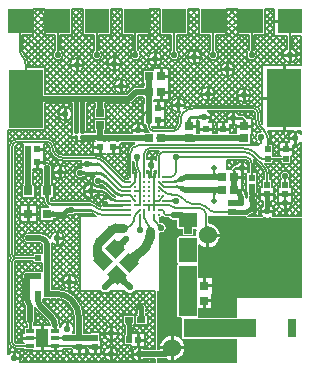
<source format=gtl>
G04 Layer_Physical_Order=1*
G04 Layer_Color=255*
%FSLAX24Y24*%
%MOIN*%
G70*
G01*
G75*
%ADD10C,0.0050*%
%ADD11C,0.0100*%
%ADD12C,0.0300*%
%ADD13C,0.0300*%
%ADD14C,0.0200*%
%ADD15C,0.0050*%
%ADD16C,0.0150*%
%ADD17R,0.0283X0.0283*%
%ADD18R,0.0287X0.0291*%
%ADD19R,0.0256X0.0256*%
%ADD20R,0.0291X0.0591*%
%ADD21R,0.0283X0.0283*%
%ADD22R,0.1181X0.1968*%
%ADD23C,0.0134*%
%ADD24R,0.0787X0.0787*%
%ADD25R,0.0291X0.0287*%
%ADD26R,0.0276X0.0197*%
%ADD27R,0.0394X0.0197*%
G04:AMPARAMS|DCode=28|XSize=47.2mil|YSize=43.3mil|CornerRadius=0mil|HoleSize=0mil|Usage=FLASHONLY|Rotation=135.000|XOffset=0mil|YOffset=0mil|HoleType=Round|Shape=Rectangle|*
%AMROTATEDRECTD28*
4,1,4,0.0320,-0.0014,0.0014,-0.0320,-0.0320,0.0014,-0.0014,0.0320,0.0320,-0.0014,0.0*
%
%ADD28ROTATEDRECTD28*%

%ADD29R,0.0315X0.0315*%
%ADD30R,0.0394X0.0630*%
%ADD31R,0.0276X0.0118*%
%ADD32R,0.0217X0.0217*%
%ADD33R,0.0217X0.0217*%
%ADD34R,0.0205X0.0220*%
%ADD35R,0.0220X0.0205*%
%ADD36C,0.0083*%
%ADD37C,0.0197*%
%ADD38C,0.0600*%
%ADD39R,0.0600X0.0500*%
%ADD40R,0.0600X0.0820*%
%ADD41R,0.0600X0.1680*%
%ADD42R,0.2430X0.0600*%
%ADD43C,0.0220*%
G36*
X5160Y5221D02*
X5163Y5220D01*
X5167Y5219D01*
X5172Y5218D01*
X5177Y5217D01*
X5190Y5216D01*
X5206Y5215D01*
X5215Y5215D01*
Y5165D01*
X5206Y5165D01*
X5172Y5162D01*
X5167Y5161D01*
X5163Y5160D01*
X5160Y5159D01*
X5158Y5158D01*
Y5222D01*
X5160Y5221D01*
D02*
G37*
G36*
X4162Y5158D02*
X4160Y5159D01*
X4157Y5160D01*
X4153Y5161D01*
X4148Y5162D01*
X4143Y5163D01*
X4130Y5164D01*
X4114Y5165D01*
X4105Y5165D01*
Y5215D01*
X4114Y5215D01*
X4148Y5218D01*
X4153Y5219D01*
X4157Y5220D01*
X4160Y5221D01*
X4162Y5222D01*
Y5158D01*
D02*
G37*
G36*
X4505Y5149D02*
X4501Y5148D01*
X4498Y5147D01*
X4494Y5145D01*
X4489Y5143D01*
X4484Y5140D01*
X4479Y5136D01*
X4468Y5127D01*
X4456Y5115D01*
X4426Y5156D01*
X4432Y5162D01*
X4460Y5193D01*
X4461Y5195D01*
X4462Y5197D01*
X4505Y5149D01*
D02*
G37*
G36*
X8827Y5229D02*
X8673D01*
X8673Y5230D01*
X8674Y5232D01*
X8674Y5235D01*
X8675Y5263D01*
X8675Y5296D01*
X8825D01*
X8827Y5229D01*
D02*
G37*
G36*
X5264Y5315D02*
X5262Y5317D01*
X5259Y5318D01*
X5255Y5319D01*
X5251Y5320D01*
X5245Y5321D01*
X5232Y5322D01*
X5216Y5322D01*
X5211Y5323D01*
X5206Y5322D01*
X5172Y5320D01*
X5167Y5319D01*
X5163Y5318D01*
X5160Y5317D01*
X5158Y5315D01*
Y5380D01*
X5160Y5378D01*
X5163Y5377D01*
X5167Y5376D01*
X5172Y5375D01*
X5177Y5374D01*
X5190Y5373D01*
X5206Y5373D01*
X5211Y5373D01*
X5216Y5373D01*
X5251Y5375D01*
X5255Y5376D01*
X5259Y5377D01*
X5262Y5378D01*
X5264Y5380D01*
Y5315D01*
D02*
G37*
G36*
X4533Y5477D02*
X4532Y5474D01*
X4531Y5470D01*
X4530Y5466D01*
X4529Y5460D01*
X4528Y5447D01*
X4528Y5431D01*
X4528Y5426D01*
X4528Y5421D01*
X4530Y5387D01*
X4531Y5382D01*
X4532Y5379D01*
X4533Y5376D01*
X4535Y5373D01*
X4477D01*
Y5315D01*
X4475Y5317D01*
X4472Y5318D01*
X4468Y5319D01*
X4463Y5320D01*
X4458Y5321D01*
X4445Y5322D01*
X4429Y5322D01*
X4424Y5323D01*
X4419Y5322D01*
X4384Y5320D01*
X4380Y5319D01*
X4376Y5318D01*
X4373Y5317D01*
X4371Y5315D01*
Y5380D01*
X4373Y5378D01*
X4376Y5377D01*
X4380Y5376D01*
X4384Y5375D01*
X4390Y5374D01*
X4403Y5373D01*
X4419Y5373D01*
X4424Y5373D01*
X4429Y5373D01*
X4463Y5375D01*
X4468Y5376D01*
X4472Y5377D01*
X4472Y5378D01*
X4473Y5379D01*
X4474Y5382D01*
X4475Y5387D01*
X4476Y5392D01*
X4477Y5405D01*
X4477Y5421D01*
X4477Y5426D01*
X4477Y5431D01*
X4475Y5466D01*
X4474Y5470D01*
X4473Y5474D01*
X4472Y5477D01*
X4470Y5479D01*
X4535D01*
X4533Y5477D01*
D02*
G37*
G36*
X5318Y5378D02*
X5321Y5377D01*
X5325Y5376D01*
X5329Y5375D01*
X5335Y5374D01*
X5348Y5373D01*
X5364Y5373D01*
X5373Y5373D01*
Y5323D01*
X5364Y5322D01*
X5329Y5320D01*
X5325Y5319D01*
X5321Y5318D01*
X5318Y5317D01*
X5316Y5315D01*
Y5380D01*
X5318Y5378D01*
D02*
G37*
G36*
X7643Y5233D02*
X7647Y5227D01*
X7655Y5222D01*
X7665Y5218D01*
X7679Y5214D01*
X7695Y5211D01*
X7715Y5208D01*
X7763Y5206D01*
X7791Y5205D01*
Y5055D01*
X7763Y5055D01*
X7695Y5050D01*
X7679Y5047D01*
X7665Y5043D01*
X7655Y5039D01*
X7647Y5034D01*
X7643Y5028D01*
X7641Y5021D01*
Y5239D01*
X7643Y5233D01*
D02*
G37*
G36*
X4162Y5000D02*
X4160Y5002D01*
X4157Y5003D01*
X4153Y5004D01*
X4148Y5005D01*
X4143Y5006D01*
X4130Y5007D01*
X4114Y5008D01*
X4105Y5008D01*
Y5058D01*
X4114Y5058D01*
X4148Y5060D01*
X4153Y5061D01*
X4157Y5062D01*
X4160Y5064D01*
X4162Y5065D01*
Y5000D01*
D02*
G37*
G36*
X8065Y4975D02*
X8080Y4953D01*
X8101Y4939D01*
X8127Y4934D01*
X8569D01*
X8594Y4939D01*
X8616Y4953D01*
X8668Y4952D01*
X8750Y4936D01*
X8832Y4952D01*
X8884Y4953D01*
X8906Y4939D01*
X8931Y4934D01*
X9885D01*
X9908Y4915D01*
Y2250D01*
X7750D01*
Y1593D01*
X6450D01*
X6432Y1643D01*
X6443Y1670D01*
Y1928D01*
X6600D01*
Y2170D01*
X6650D01*
Y2220D01*
X6892D01*
Y2379D01*
X6904Y2424D01*
X6904D01*
X6904Y2424D01*
Y2620D01*
X6660D01*
Y2670D01*
X6610D01*
Y2916D01*
X6443D01*
Y3350D01*
X6431Y3381D01*
Y3419D01*
X6436Y3432D01*
X6443Y3450D01*
Y4044D01*
X6493Y4058D01*
X6568Y4001D01*
X6666Y3960D01*
X6720Y3953D01*
Y4350D01*
X6770D01*
Y4400D01*
X7167D01*
X7160Y4454D01*
X7119Y4552D01*
X7055Y4635D01*
X6972Y4699D01*
X6874Y4740D01*
X6786Y4751D01*
Y5000D01*
X7398D01*
Y4980D01*
X7630D01*
X7631Y4979D01*
X7636Y4980D01*
X7641Y4978D01*
X7682Y4980D01*
X7724Y5000D01*
X8060D01*
X8065Y4975D01*
D02*
G37*
G36*
X7440Y5080D02*
X7440Y5085D01*
X7438Y5089D01*
X7435Y5093D01*
X7432Y5096D01*
X7427Y5099D01*
X7422Y5101D01*
X7415Y5103D01*
X7407Y5104D01*
X7399Y5105D01*
X7389Y5105D01*
Y5155D01*
X7399Y5155D01*
X7407Y5156D01*
X7415Y5157D01*
X7422Y5159D01*
X7427Y5161D01*
X7432Y5164D01*
X7435Y5167D01*
X7438Y5171D01*
X7440Y5175D01*
X7440Y5180D01*
Y5080D01*
D02*
G37*
G36*
X2287Y5259D02*
X2294Y5255D01*
X2301Y5252D01*
X2309Y5249D01*
X2317Y5246D01*
X2326Y5244D01*
X2336Y5242D01*
X2346Y5241D01*
X2368Y5240D01*
X2378Y5140D01*
X2367Y5140D01*
X2356Y5139D01*
X2346Y5137D01*
X2337Y5135D01*
X2328Y5133D01*
X2320Y5129D01*
X2313Y5126D01*
X2306Y5121D01*
X2300Y5116D01*
X2295Y5110D01*
X2281Y5264D01*
X2287Y5259D01*
D02*
G37*
G36*
X4691Y5162D02*
X4690Y5159D01*
X4689Y5155D01*
X4688Y5151D01*
X4687Y5145D01*
X4686Y5132D01*
X4685Y5116D01*
X4685Y5107D01*
X4635D01*
X4635Y5116D01*
X4632Y5151D01*
X4631Y5155D01*
X4630Y5159D01*
X4629Y5162D01*
X4628Y5164D01*
X4692D01*
X4691Y5162D01*
D02*
G37*
G36*
X2131Y5103D02*
X2130Y5103D01*
X2128Y5104D01*
X2125Y5104D01*
X2101Y5105D01*
X2070Y5105D01*
Y5255D01*
X2131Y5257D01*
Y5103D01*
D02*
G37*
G36*
X8331Y5854D02*
X8326Y5849D01*
X8321Y5842D01*
X8317Y5831D01*
X8313Y5818D01*
X8310Y5801D01*
X8308Y5782D01*
X8305Y5735D01*
X8307Y5679D01*
X8153D01*
X8153Y5680D01*
X8154Y5682D01*
X8154Y5685D01*
X8155Y5713D01*
X8155Y5719D01*
X8155Y5734D01*
X8150Y5801D01*
X8147Y5818D01*
X8143Y5831D01*
X8139Y5842D01*
X8134Y5849D01*
X8129Y5854D01*
X8123Y5855D01*
X8337D01*
X8331Y5854D01*
D02*
G37*
G36*
X4533Y5635D02*
X4532Y5632D01*
X4531Y5628D01*
X4530Y5623D01*
X4529Y5618D01*
X4528Y5605D01*
X4528Y5589D01*
X4528Y5584D01*
X4528Y5579D01*
X4530Y5544D01*
X4531Y5540D01*
X4532Y5536D01*
X4533Y5533D01*
X4535Y5531D01*
X4470D01*
X4472Y5533D01*
X4473Y5536D01*
X4474Y5540D01*
X4475Y5544D01*
X4476Y5550D01*
X4477Y5563D01*
X4477Y5579D01*
X4477Y5584D01*
X4477Y5589D01*
X4475Y5623D01*
X4474Y5628D01*
X4473Y5632D01*
X4472Y5635D01*
X4470Y5637D01*
X4535D01*
X4533Y5635D01*
D02*
G37*
G36*
X1483Y5739D02*
X1479Y5729D01*
X1476Y5716D01*
X1473Y5699D01*
X1469Y5659D01*
X1515D01*
X1505Y5658D01*
X1497Y5655D01*
X1489Y5650D01*
X1483Y5643D01*
X1477Y5634D01*
X1473Y5623D01*
X1469Y5609D01*
X1467Y5594D01*
X1466Y5579D01*
X1465Y5529D01*
X1365D01*
X1365Y5566D01*
X1363Y5591D01*
X1363Y5594D01*
X1360Y5609D01*
X1357Y5623D01*
X1352Y5634D01*
X1347Y5643D01*
X1340Y5650D01*
X1333Y5655D01*
X1324Y5658D01*
X1315Y5659D01*
X1359D01*
X1357Y5699D01*
X1354Y5716D01*
X1351Y5729D01*
X1347Y5739D01*
X1342Y5745D01*
X1487D01*
X1483Y5739D01*
D02*
G37*
G36*
X5006Y5792D02*
X5005Y5789D01*
X5004Y5785D01*
X5003Y5781D01*
X5002Y5775D01*
X5001Y5762D01*
X5000Y5746D01*
X5000Y5741D01*
X5000Y5736D01*
X5003Y5702D01*
X5004Y5697D01*
X5005Y5694D01*
X5006Y5691D01*
X5007Y5688D01*
X4943D01*
X4944Y5691D01*
X4945Y5694D01*
X4946Y5697D01*
X4947Y5702D01*
X4948Y5707D01*
X4949Y5720D01*
X4950Y5736D01*
X4950Y5741D01*
X4950Y5746D01*
X4947Y5781D01*
X4946Y5785D01*
X4945Y5789D01*
X4944Y5792D01*
X4943Y5794D01*
X5007D01*
X5006Y5792D01*
D02*
G37*
G36*
X4533Y5949D02*
X4532Y5946D01*
X4531Y5943D01*
X4530Y5938D01*
X4529Y5933D01*
X4528Y5920D01*
X4528Y5904D01*
X4528Y5899D01*
X4528Y5894D01*
X4530Y5859D01*
X4531Y5855D01*
X4532Y5851D01*
X4533Y5848D01*
X4535Y5846D01*
X4477D01*
Y5794D01*
X4535D01*
X4533Y5792D01*
X4532Y5789D01*
X4531Y5785D01*
X4530Y5781D01*
X4529Y5775D01*
X4528Y5762D01*
X4528Y5746D01*
X4528Y5741D01*
X4528Y5736D01*
X4530Y5702D01*
X4531Y5697D01*
X4532Y5694D01*
X4533Y5691D01*
X4535Y5688D01*
X4470D01*
X4472Y5691D01*
X4473Y5694D01*
X4474Y5697D01*
X4475Y5702D01*
X4476Y5707D01*
X4477Y5720D01*
X4477Y5736D01*
X4477Y5741D01*
X4477Y5746D01*
X4475Y5781D01*
X4474Y5785D01*
X4473Y5789D01*
X4472Y5790D01*
X4472Y5790D01*
X4468Y5791D01*
X4463Y5792D01*
X4458Y5793D01*
X4445Y5794D01*
X4429Y5795D01*
X4424Y5795D01*
X4419Y5795D01*
X4384Y5792D01*
X4380Y5791D01*
X4376Y5790D01*
X4373Y5789D01*
X4371Y5788D01*
Y5852D01*
X4373Y5851D01*
X4376Y5850D01*
X4380Y5849D01*
X4384Y5848D01*
X4390Y5847D01*
X4403Y5846D01*
X4419Y5845D01*
X4424Y5845D01*
X4429Y5845D01*
X4463Y5848D01*
X4468Y5849D01*
X4472Y5850D01*
X4472Y5850D01*
X4473Y5851D01*
X4474Y5855D01*
X4475Y5859D01*
X4476Y5865D01*
X4477Y5878D01*
X4477Y5894D01*
X4477Y5899D01*
X4477Y5904D01*
X4475Y5938D01*
X4474Y5943D01*
X4473Y5946D01*
X4472Y5949D01*
X4470Y5952D01*
X4535D01*
X4533Y5949D01*
D02*
G37*
G36*
X7132Y5759D02*
X7130Y5759D01*
X7126Y5759D01*
X7042Y5760D01*
X7037Y5748D01*
X7031Y5730D01*
X7026Y5708D01*
X7022Y5684D01*
X7017Y5631D01*
X7017Y5631D01*
X7019Y5624D01*
X7021Y5617D01*
X7024Y5612D01*
X7027Y5606D01*
X7031Y5602D01*
X7035Y5598D01*
X7040Y5595D01*
X7015D01*
X7015Y5562D01*
X6965D01*
X6965Y5595D01*
X6940D01*
X6945Y5598D01*
X6949Y5602D01*
X6953Y5606D01*
X6956Y5612D01*
X6959Y5617D01*
X6961Y5624D01*
X6962Y5628D01*
X6958Y5684D01*
X6954Y5708D01*
X6949Y5730D01*
X6943Y5748D01*
X6936Y5764D01*
X6928Y5777D01*
X6919Y5788D01*
X6990D01*
Y5960D01*
X7132Y5961D01*
Y5759D01*
D02*
G37*
G36*
X2954Y5902D02*
X2960Y5897D01*
X2967Y5893D01*
X2975Y5890D01*
X2983Y5887D01*
X2992Y5884D01*
X3002Y5882D01*
X3012Y5881D01*
X3023Y5880D01*
X3034Y5880D01*
Y5780D01*
X3023Y5780D01*
X3002Y5778D01*
X2992Y5776D01*
X2983Y5773D01*
X2975Y5770D01*
X2967Y5767D01*
X2960Y5763D01*
X2954Y5758D01*
X2949Y5753D01*
Y5907D01*
X2954Y5902D01*
D02*
G37*
G36*
X4162Y5473D02*
X4160Y5474D01*
X4157Y5475D01*
X4153Y5476D01*
X4148Y5477D01*
X4143Y5478D01*
X4130Y5479D01*
X4114Y5480D01*
X4105Y5480D01*
Y5530D01*
X4114Y5530D01*
X4148Y5533D01*
X4153Y5534D01*
X4157Y5535D01*
X4160Y5536D01*
X4162Y5537D01*
Y5473D01*
D02*
G37*
G36*
X8307Y5520D02*
X8306Y5518D01*
X8306Y5515D01*
X8305Y5487D01*
X8305Y5454D01*
X8155D01*
X8153Y5521D01*
X8307D01*
X8307Y5520D01*
D02*
G37*
G36*
X5629Y5428D02*
X5619Y5438D01*
X5600Y5455D01*
X5590Y5461D01*
X5580Y5467D01*
X5571Y5472D01*
X5562Y5475D01*
X5553Y5478D01*
X5544Y5480D01*
X5535Y5480D01*
Y5530D01*
X5544Y5531D01*
X5553Y5532D01*
X5562Y5535D01*
X5571Y5538D01*
X5580Y5543D01*
X5590Y5549D01*
X5600Y5556D01*
X5609Y5563D01*
X5619Y5572D01*
X5629Y5582D01*
Y5428D01*
D02*
G37*
G36*
X5006Y5635D02*
X5005Y5632D01*
X5004Y5628D01*
X5003Y5623D01*
X5002Y5618D01*
X5001Y5605D01*
X5000Y5589D01*
X5000Y5584D01*
X5000Y5579D01*
X5003Y5544D01*
X5004Y5540D01*
X5005Y5536D01*
X5005Y5535D01*
X5006Y5535D01*
X5010Y5534D01*
X5014Y5533D01*
X5020Y5532D01*
X5033Y5531D01*
X5049Y5530D01*
X5054Y5530D01*
X5059Y5530D01*
X5093Y5533D01*
X5098Y5534D01*
X5101Y5535D01*
X5104Y5536D01*
X5107Y5537D01*
Y5473D01*
X5104Y5474D01*
X5101Y5475D01*
X5098Y5476D01*
X5093Y5477D01*
X5088Y5478D01*
X5075Y5479D01*
X5059Y5480D01*
X5054Y5480D01*
X5049Y5480D01*
X5014Y5477D01*
X5010Y5476D01*
X5006Y5475D01*
X5005Y5475D01*
X5005Y5474D01*
X5004Y5470D01*
X5003Y5466D01*
X5002Y5460D01*
X5001Y5447D01*
X5000Y5431D01*
X5000Y5426D01*
X5000Y5421D01*
X5003Y5387D01*
X5004Y5382D01*
X5005Y5379D01*
X5005Y5378D01*
X5006Y5377D01*
X5010Y5376D01*
X5014Y5375D01*
X5020Y5374D01*
X5033Y5373D01*
X5049Y5373D01*
X5054Y5373D01*
X5059Y5373D01*
X5093Y5375D01*
X5098Y5376D01*
X5101Y5377D01*
X5104Y5378D01*
X5107Y5380D01*
Y5315D01*
X5104Y5317D01*
X5101Y5318D01*
X5098Y5319D01*
X5093Y5320D01*
X5088Y5321D01*
X5075Y5322D01*
X5059Y5322D01*
X5054Y5323D01*
X5049Y5322D01*
X5014Y5320D01*
X5010Y5319D01*
X5006Y5318D01*
X5005Y5317D01*
X5005Y5317D01*
X5004Y5313D01*
X5003Y5308D01*
X5002Y5303D01*
X5001Y5290D01*
X5000Y5274D01*
X5000Y5269D01*
X5000Y5264D01*
X5003Y5229D01*
X5004Y5225D01*
X5005Y5221D01*
X5006Y5218D01*
X5007Y5216D01*
X4943D01*
X4944Y5218D01*
X4945Y5221D01*
X4946Y5225D01*
X4947Y5229D01*
X4948Y5235D01*
X4949Y5248D01*
X4950Y5264D01*
X4950Y5269D01*
X4950Y5274D01*
X4947Y5308D01*
X4946Y5313D01*
X4945Y5317D01*
X4945Y5317D01*
X4944Y5318D01*
X4940Y5319D01*
X4936Y5320D01*
X4930Y5321D01*
X4917Y5322D01*
X4901Y5322D01*
X4896Y5323D01*
X4891Y5322D01*
X4857Y5320D01*
X4852Y5319D01*
X4848Y5318D01*
X4848Y5317D01*
X4847Y5317D01*
X4846Y5313D01*
X4845Y5308D01*
X4844Y5303D01*
X4843Y5290D01*
X4843Y5274D01*
X4843Y5269D01*
X4843Y5264D01*
X4845Y5229D01*
X4846Y5225D01*
X4847Y5221D01*
X4848Y5218D01*
X4850Y5216D01*
X4785D01*
X4787Y5218D01*
X4788Y5221D01*
X4789Y5225D01*
X4790Y5229D01*
X4791Y5235D01*
X4792Y5248D01*
X4792Y5264D01*
X4792Y5269D01*
X4792Y5274D01*
X4790Y5308D01*
X4789Y5313D01*
X4788Y5317D01*
X4787Y5317D01*
X4786Y5318D01*
X4783Y5319D01*
X4778Y5320D01*
X4773Y5321D01*
X4760Y5322D01*
X4744Y5322D01*
X4739Y5323D01*
X4734Y5322D01*
X4699Y5320D01*
X4695Y5319D01*
X4691Y5318D01*
X4688Y5317D01*
X4686Y5315D01*
Y5380D01*
X4688Y5378D01*
X4691Y5377D01*
X4695Y5376D01*
X4699Y5375D01*
X4705Y5374D01*
X4718Y5373D01*
X4734Y5373D01*
X4739Y5373D01*
X4744Y5373D01*
X4778Y5375D01*
X4783Y5376D01*
X4786Y5377D01*
X4789Y5378D01*
X4792Y5380D01*
Y5322D01*
X4843D01*
Y5380D01*
X4845Y5378D01*
X4848Y5377D01*
X4852Y5376D01*
X4857Y5375D01*
X4862Y5374D01*
X4875Y5373D01*
X4891Y5373D01*
X4896Y5373D01*
X4901Y5373D01*
X4936Y5375D01*
X4940Y5376D01*
X4944Y5377D01*
X4945Y5378D01*
X4945Y5379D01*
X4946Y5382D01*
X4947Y5387D01*
X4948Y5392D01*
X4949Y5405D01*
X4950Y5421D01*
X4950Y5426D01*
X4950Y5431D01*
X4947Y5466D01*
X4946Y5470D01*
X4945Y5474D01*
X4944Y5477D01*
X4943Y5479D01*
X5001D01*
Y5531D01*
X4943D01*
X4944Y5533D01*
X4945Y5536D01*
X4946Y5540D01*
X4947Y5544D01*
X4948Y5550D01*
X4949Y5563D01*
X4950Y5579D01*
X4950Y5584D01*
X4950Y5589D01*
X4947Y5623D01*
X4946Y5628D01*
X4945Y5632D01*
X4944Y5635D01*
X4943Y5637D01*
X5007D01*
X5006Y5635D01*
D02*
G37*
G36*
X9385Y5631D02*
X9381Y5629D01*
X9377Y5627D01*
X9374Y5623D01*
X9371Y5619D01*
X9369Y5613D01*
X9367Y5607D01*
X9366Y5599D01*
X9365Y5591D01*
X9365Y5590D01*
X9366Y5584D01*
X9367Y5575D01*
X9370Y5566D01*
X9373Y5557D01*
X9378Y5548D01*
X9384Y5538D01*
X9390Y5528D01*
X9398Y5519D01*
X9407Y5509D01*
X9417Y5499D01*
X9263D01*
X9273Y5509D01*
X9290Y5528D01*
X9296Y5538D01*
X9302Y5548D01*
X9307Y5557D01*
X9310Y5566D01*
X9313Y5575D01*
X9314Y5584D01*
X9315Y5590D01*
X9315Y5591D01*
X9314Y5599D01*
X9313Y5607D01*
X9311Y5613D01*
X9309Y5619D01*
X9306Y5623D01*
X9303Y5627D01*
X9299Y5629D01*
X9295Y5631D01*
X9290Y5631D01*
X9390D01*
X9385Y5631D01*
D02*
G37*
G36*
X8846Y5630D02*
X8842Y5625D01*
X8838Y5618D01*
X8834Y5607D01*
X8832Y5594D01*
X8829Y5577D01*
X8826Y5535D01*
X8825Y5481D01*
X8675D01*
X8675Y5510D01*
X8668Y5594D01*
X8666Y5607D01*
X8662Y5618D01*
X8658Y5625D01*
X8654Y5630D01*
X8649Y5631D01*
X8851D01*
X8846Y5630D01*
D02*
G37*
G36*
X5318Y5536D02*
X5321Y5535D01*
X5325Y5534D01*
X5329Y5533D01*
X5335Y5532D01*
X5348Y5531D01*
X5364Y5530D01*
X5373Y5530D01*
Y5480D01*
X5364Y5480D01*
X5329Y5477D01*
X5325Y5476D01*
X5321Y5475D01*
X5318Y5474D01*
X5316Y5473D01*
Y5537D01*
X5318Y5536D01*
D02*
G37*
G36*
X4637Y1834D02*
X4636Y1832D01*
X4636Y1828D01*
X4635Y1801D01*
X4635Y1783D01*
X4636Y1759D01*
X4641Y1711D01*
X4645Y1691D01*
X4650Y1675D01*
X4657Y1661D01*
X4665Y1651D01*
X4674Y1643D01*
X4685Y1639D01*
X4697Y1637D01*
X4423D01*
X4435Y1639D01*
X4446Y1643D01*
X4455Y1651D01*
X4463Y1661D01*
X4470Y1675D01*
X4475Y1691D01*
X4479Y1711D01*
X4483Y1733D01*
X4484Y1759D01*
X4485Y1776D01*
X4483Y1835D01*
X4637D01*
X4637Y1834D01*
D02*
G37*
G36*
X4268Y1441D02*
X4258Y1437D01*
X4249Y1429D01*
X4241Y1419D01*
X4234Y1405D01*
X4228Y1389D01*
X4224Y1369D01*
X4221Y1347D01*
X4219Y1321D01*
X4218Y1293D01*
X4068D01*
X4068Y1321D01*
X4063Y1369D01*
X4059Y1389D01*
X4053Y1405D01*
X4046Y1419D01*
X4038Y1429D01*
X4029Y1437D01*
X4019Y1441D01*
X4007Y1443D01*
X4280D01*
X4268Y1441D01*
D02*
G37*
G36*
X2899Y831D02*
X2781Y830D01*
Y830D01*
X2740Y830D01*
X2699Y830D01*
Y830D01*
X2581Y831D01*
Y1049D01*
X2583Y1045D01*
X2589Y1042D01*
X2599Y1039D01*
X2613Y1036D01*
X2631Y1034D01*
X2679Y1031D01*
X2744Y1030D01*
X2881Y1039D01*
X2891Y1042D01*
X2897Y1045D01*
X2899Y1049D01*
Y831D01*
D02*
G37*
G36*
X1208Y2282D02*
X1206Y2279D01*
X1205Y2274D01*
X1203Y2266D01*
X1202Y2257D01*
X1200Y2217D01*
X1200Y2180D01*
X1000D01*
X995Y2283D01*
X1210D01*
X1208Y2282D01*
D02*
G37*
G36*
X4048Y2998D02*
X4041Y2982D01*
X4037Y2964D01*
X4038Y2945D01*
X4043Y2924D01*
X4052Y2902D01*
X4066Y2879D01*
X4083Y2854D01*
X4106Y2828D01*
X4132Y2800D01*
X3990Y2659D01*
X3963Y2685D01*
X3936Y2707D01*
X3911Y2725D01*
X3888Y2738D01*
X3866Y2748D01*
X3845Y2753D01*
X3826Y2754D01*
X3809Y2750D01*
X3792Y2742D01*
X3777Y2730D01*
X4060Y3013D01*
X4048Y2998D01*
D02*
G37*
G36*
X1524Y2891D02*
X1523Y2885D01*
X1522Y2875D01*
X1520Y2731D01*
X1520Y2697D01*
X1525Y2497D01*
X1310D01*
X1312Y2499D01*
X1314Y2505D01*
X1315Y2515D01*
X1317Y2529D01*
X1320Y2625D01*
X1320Y2693D01*
X1310Y2893D01*
X1525D01*
X1524Y2891D01*
D02*
G37*
G36*
X1527Y2496D02*
X1533Y2495D01*
X1543Y2493D01*
X1575Y2492D01*
X1725Y2490D01*
Y2290D01*
X1525Y2283D01*
Y2497D01*
X1527Y2496D01*
D02*
G37*
G36*
X1538Y614D02*
X1537Y619D01*
X1536Y623D01*
X1533Y627D01*
X1530Y630D01*
X1525Y633D01*
X1520Y635D01*
X1513Y637D01*
X1505Y638D01*
X1497Y639D01*
X1496Y639D01*
X1496Y639D01*
X1488Y638D01*
X1480Y637D01*
X1474Y635D01*
X1468Y633D01*
X1464Y630D01*
X1460Y627D01*
X1458Y623D01*
X1456Y619D01*
X1456Y614D01*
Y714D01*
X1456Y709D01*
X1458Y705D01*
X1460Y701D01*
X1464Y698D01*
X1468Y695D01*
X1474Y693D01*
X1480Y691D01*
X1488Y690D01*
X1496Y689D01*
X1496Y689D01*
X1497Y689D01*
X1505Y690D01*
X1513Y691D01*
X1520Y693D01*
X1525Y695D01*
X1530Y698D01*
X1533Y701D01*
X1536Y705D01*
X1537Y709D01*
X1538Y714D01*
Y614D01*
D02*
G37*
G36*
X1810Y709D02*
X1812Y705D01*
X1814Y701D01*
X1818Y698D01*
X1822Y695D01*
X1828Y693D01*
X1834Y691D01*
X1842Y690D01*
X1850Y689D01*
X1860Y689D01*
Y639D01*
X1850Y639D01*
X1842Y638D01*
X1834Y637D01*
X1828Y635D01*
X1822Y633D01*
X1818Y630D01*
X1814Y627D01*
X1812Y623D01*
X1810Y619D01*
X1810Y614D01*
Y714D01*
X1810Y709D01*
D02*
G37*
G36*
X711Y614D02*
X711Y619D01*
X709Y623D01*
X707Y627D01*
X703Y630D01*
X698Y633D01*
X693Y635D01*
X686Y637D01*
X678Y638D01*
X670Y639D01*
X660Y639D01*
Y689D01*
X670Y689D01*
X678Y690D01*
X686Y691D01*
X693Y693D01*
X698Y695D01*
X703Y698D01*
X707Y701D01*
X709Y705D01*
X711Y709D01*
X711Y714D01*
Y614D01*
D02*
G37*
G36*
X2581Y1049D02*
X2379D01*
Y831D01*
X2179Y830D01*
Y1030D01*
X2217Y1030D01*
X2361Y1039D01*
X2371Y1042D01*
X2377Y1045D01*
X2379Y1049D01*
X2379Y1051D01*
X2379Y1057D01*
X2380Y1249D01*
X2580D01*
X2581Y1049D01*
D02*
G37*
G36*
X4219Y1089D02*
X4224Y1021D01*
X4226Y1005D01*
X4230Y991D01*
X4234Y981D01*
X4239Y973D01*
X4244Y969D01*
X4251Y967D01*
X4036D01*
X4042Y969D01*
X4048Y973D01*
X4053Y981D01*
X4057Y991D01*
X4060Y1005D01*
X4063Y1021D01*
X4066Y1041D01*
X4068Y1089D01*
X4068Y1117D01*
X4218D01*
X4219Y1089D01*
D02*
G37*
G36*
X1066Y870D02*
X1065Y875D01*
X1063Y879D01*
X1061Y883D01*
X1057Y886D01*
X1053Y889D01*
X1047Y891D01*
X1040Y893D01*
X1033Y894D01*
X1024Y895D01*
X1024Y895D01*
X1024Y895D01*
X1015Y894D01*
X1008Y893D01*
X1001Y891D01*
X996Y889D01*
X991Y886D01*
X988Y883D01*
X985Y879D01*
X984Y875D01*
X983Y870D01*
Y970D01*
X984Y965D01*
X985Y961D01*
X988Y957D01*
X991Y954D01*
X996Y951D01*
X1001Y949D01*
X1008Y947D01*
X1015Y946D01*
X1024Y945D01*
X1024Y945D01*
X1024Y945D01*
X1033Y946D01*
X1040Y947D01*
X1047Y949D01*
X1053Y951D01*
X1057Y954D01*
X1061Y957D01*
X1063Y961D01*
X1065Y965D01*
X1066Y970D01*
Y870D01*
D02*
G37*
G36*
X1810Y965D02*
X1812Y961D01*
X1814Y957D01*
X1818Y954D01*
X1822Y951D01*
X1828Y949D01*
X1834Y947D01*
X1842Y946D01*
X1850Y945D01*
X1860Y945D01*
Y895D01*
X1850Y895D01*
X1842Y894D01*
X1834Y893D01*
X1828Y891D01*
X1822Y889D01*
X1818Y886D01*
X1814Y883D01*
X1812Y879D01*
X1810Y875D01*
X1810Y870D01*
Y970D01*
X1810Y965D01*
D02*
G37*
G36*
X4528Y4687D02*
X4530Y4678D01*
X4532Y4669D01*
X4536Y4660D01*
X4541Y4650D01*
X4546Y4641D01*
X4553Y4631D01*
X4561Y4621D01*
X4570Y4611D01*
X4580Y4601D01*
X4426D01*
X4435Y4611D01*
X4452Y4631D01*
X4459Y4641D01*
X4465Y4650D01*
X4469Y4660D01*
X4473Y4669D01*
X4475Y4678D01*
X4477Y4687D01*
X4478Y4696D01*
X4528D01*
X4528Y4687D01*
D02*
G37*
G36*
X6746Y4564D02*
X6747Y4555D01*
X6750Y4546D01*
X6753Y4537D01*
X6758Y4528D01*
X6764Y4518D01*
X6770Y4508D01*
X6778Y4499D01*
X6787Y4489D01*
X6797Y4479D01*
X6643D01*
X6653Y4489D01*
X6670Y4508D01*
X6676Y4518D01*
X6682Y4528D01*
X6687Y4537D01*
X6690Y4546D01*
X6693Y4555D01*
X6694Y4564D01*
X6695Y4573D01*
X6745D01*
X6746Y4564D01*
D02*
G37*
G36*
X5290Y4990D02*
X5331Y4962D01*
X5380Y4953D01*
Y4954D01*
X5476D01*
X5499Y4919D01*
X5545Y4888D01*
X5600Y4877D01*
X5757D01*
Y4620D01*
X5769Y4589D01*
X5800Y4577D01*
X5932D01*
Y4369D01*
X6268D01*
Y4577D01*
X6379D01*
X6381Y4576D01*
X6411Y4534D01*
X6412Y4531D01*
X6380Y4454D01*
X6367Y4350D01*
X6334Y4313D01*
X5800D01*
X5769Y4301D01*
X5757Y4270D01*
Y3450D01*
X5769Y3419D01*
Y3381D01*
X5764Y3368D01*
X5757Y3350D01*
Y1670D01*
X5769Y1639D01*
X5800Y1627D01*
X5880D01*
X5914Y1591D01*
X5914Y1568D01*
X5907Y1550D01*
Y950D01*
X5919Y919D01*
X5950Y907D01*
X7750D01*
Y92D01*
X5085D01*
X5066Y115D01*
Y225D01*
X5085Y247D01*
X5370D01*
X5370Y247D01*
X5381Y249D01*
X5476Y210D01*
X5530Y203D01*
Y550D01*
X5163D01*
X5147Y533D01*
X5085D01*
X5066Y555D01*
Y2500D01*
X5150D01*
Y4418D01*
X5200Y4459D01*
X5210Y4457D01*
X5269Y4469D01*
X5318Y4502D01*
X5351Y4551D01*
X5363Y4610D01*
X5351Y4669D01*
X5318Y4718D01*
X5269Y4751D01*
X5210Y4763D01*
X5209Y4763D01*
X5196Y4763D01*
X5185Y4764D01*
X5175Y4765D01*
X5166Y4767D01*
X5159Y4769D01*
X5152Y4771D01*
X5150Y4772D01*
Y4953D01*
X5164Y4956D01*
X5191Y4974D01*
X5208Y5000D01*
X5283D01*
X5290Y4990D01*
D02*
G37*
G36*
X5112Y4744D02*
X5119Y4739D01*
X5128Y4734D01*
X5137Y4730D01*
X5147Y4727D01*
X5157Y4724D01*
X5169Y4722D01*
X5181Y4721D01*
X5195Y4720D01*
X5209Y4720D01*
X5100Y4611D01*
X5100Y4625D01*
X5098Y4651D01*
X5096Y4663D01*
X5093Y4673D01*
X5090Y4683D01*
X5086Y4692D01*
X5081Y4701D01*
X5076Y4708D01*
X5070Y4715D01*
X5105Y4750D01*
X5112Y4744D01*
D02*
G37*
G36*
X5006Y5005D02*
X5005Y5002D01*
X5004Y4998D01*
X5003Y4993D01*
X5002Y4988D01*
X5001Y4975D01*
X5000Y4959D01*
X5000Y4950D01*
X4950D01*
X4950Y4959D01*
X4947Y4993D01*
X4946Y4998D01*
X4945Y5002D01*
X4944Y5005D01*
X4943Y5007D01*
X5007D01*
X5006Y5005D01*
D02*
G37*
G36*
X4533D02*
X4532Y5002D01*
X4531Y4998D01*
X4530Y4993D01*
X4529Y4988D01*
X4528Y4975D01*
X4528Y4959D01*
X4528Y4950D01*
X4478D01*
X4477Y4959D01*
X4475Y4993D01*
X4474Y4998D01*
X4473Y5002D01*
X4472Y5005D01*
X4470Y5007D01*
X4535D01*
X4533Y5005D01*
D02*
G37*
G36*
X1572Y5202D02*
X1576Y5189D01*
X1584Y5178D01*
X1594Y5168D01*
X1608Y5160D01*
X1624Y5153D01*
X1644Y5148D01*
X1667Y5144D01*
X1693Y5142D01*
X1721Y5141D01*
Y4991D01*
X1693Y4990D01*
X1667Y4988D01*
X1644Y4984D01*
X1624Y4979D01*
X1608Y4972D01*
X1594Y4964D01*
X1584Y4954D01*
X1576Y4943D01*
X1572Y4930D01*
X1570Y4916D01*
Y5216D01*
X1572Y5202D01*
D02*
G37*
G36*
X1526Y3481D02*
X1525Y3475D01*
X1523Y3465D01*
X1522Y3433D01*
X1520Y3299D01*
X1525Y3107D01*
X1310D01*
X1312Y3109D01*
X1314Y3115D01*
X1315Y3125D01*
X1317Y3139D01*
X1320Y3235D01*
X1320Y3286D01*
X1313Y3483D01*
X1527D01*
X1526Y3481D01*
D02*
G37*
G36*
X995Y2893D02*
X993Y2894D01*
X987Y2895D01*
X977Y2897D01*
X945Y2898D01*
X795Y2900D01*
Y3100D01*
X995Y3107D01*
Y2893D01*
D02*
G37*
G36*
X3744Y2744D02*
X3729Y2756D01*
X3712Y2764D01*
X3695Y2767D01*
X3675Y2767D01*
X3655Y2762D01*
X3633Y2752D01*
X3609Y2739D01*
X3585Y2721D01*
X3558Y2699D01*
X3531Y2673D01*
X3389Y2814D01*
X3415Y2842D01*
X3438Y2868D01*
X3455Y2893D01*
X3469Y2916D01*
X3478Y2938D01*
X3483Y2959D01*
X3484Y2978D01*
X3480Y2996D01*
X3473Y3012D01*
X3461Y3027D01*
X3744Y2744D01*
D02*
G37*
G36*
X999Y3540D02*
X999Y3545D01*
X997Y3549D01*
X995Y3553D01*
X991Y3556D01*
X986Y3559D01*
X981Y3561D01*
X974Y3563D01*
X966Y3564D01*
X958Y3565D01*
X948Y3565D01*
Y3615D01*
X958Y3615D01*
X966Y3616D01*
X974Y3617D01*
X981Y3619D01*
X986Y3621D01*
X991Y3624D01*
X995Y3627D01*
X997Y3631D01*
X999Y3635D01*
X999Y3640D01*
Y3540D01*
D02*
G37*
G36*
X4059Y4098D02*
X4033Y4070D01*
X4011Y4044D01*
X3994Y4020D01*
X3980Y3996D01*
X3971Y3974D01*
X3966Y3954D01*
X3965Y3935D01*
X3969Y3917D01*
X3976Y3901D01*
X3988Y3886D01*
X3706Y4169D01*
X3721Y4157D01*
X3737Y4149D01*
X3755Y4145D01*
X3774Y4146D01*
X3794Y4151D01*
X3816Y4160D01*
X3839Y4174D01*
X3864Y4191D01*
X3890Y4213D01*
X3918Y4239D01*
X4059Y4098D01*
D02*
G37*
G36*
X4605Y3693D02*
X4566Y3652D01*
X4503Y3579D01*
X4481Y3547D01*
X4463Y3517D01*
X4452Y3491D01*
X4446Y3467D01*
X4446Y3446D01*
X4451Y3428D01*
X4462Y3413D01*
X4129Y3745D01*
X4141Y3737D01*
X4156Y3735D01*
X4175Y3738D01*
X4196Y3746D01*
X4221Y3759D01*
X4249Y3778D01*
X4280Y3802D01*
X4353Y3866D01*
X4393Y3905D01*
X4605Y3693D01*
D02*
G37*
G36*
X1527Y3697D02*
X1313D01*
X1314Y3699D01*
X1315Y3705D01*
X1317Y3715D01*
X1318Y3747D01*
X1320Y3897D01*
X1520D01*
X1527Y3697D01*
D02*
G37*
G36*
X7704Y8322D02*
X7710Y8317D01*
X7717Y8313D01*
X7725Y8310D01*
X7733Y8307D01*
X7742Y8304D01*
X7752Y8302D01*
X7762Y8301D01*
X7773Y8300D01*
X7784Y8300D01*
Y8200D01*
X7773Y8200D01*
X7752Y8198D01*
X7742Y8196D01*
X7733Y8193D01*
X7725Y8190D01*
X7717Y8187D01*
X7710Y8183D01*
X7704Y8178D01*
X7699Y8173D01*
Y8327D01*
X7704Y8322D01*
D02*
G37*
G36*
X8041Y8161D02*
X8042Y8154D01*
X8044Y8147D01*
X8048Y8141D01*
X8052Y8136D01*
X8058Y8132D01*
X8065Y8128D01*
X8072Y8126D01*
X8080Y8125D01*
X8090Y8124D01*
X7890D01*
X7900Y8125D01*
X7908Y8126D01*
X7915Y8128D01*
X7922Y8132D01*
X7928Y8136D01*
X7932Y8141D01*
X7936Y8147D01*
X7938Y8154D01*
X7940Y8161D01*
X7940Y8170D01*
X8040D01*
X8041Y8161D01*
D02*
G37*
G36*
X6191Y8169D02*
X6192Y8160D01*
X6194Y8152D01*
X6198Y8144D01*
X6202Y8138D01*
X6208Y8133D01*
X6215Y8129D01*
X6222Y8126D01*
X6230Y8125D01*
X6240Y8124D01*
X6040D01*
X6050Y8125D01*
X6058Y8126D01*
X6065Y8129D01*
X6072Y8133D01*
X6077Y8138D01*
X6082Y8144D01*
X6086Y8152D01*
X6088Y8160D01*
X6090Y8169D01*
X6090Y8180D01*
X6190D01*
X6191Y8169D01*
D02*
G37*
G36*
X6565Y8220D02*
X6560Y8226D01*
X6554Y8231D01*
X6547Y8236D01*
X6540Y8239D01*
X6532Y8243D01*
X6523Y8245D01*
X6514Y8247D01*
X6504Y8249D01*
X6493Y8250D01*
X6482Y8250D01*
X6492Y8350D01*
X6503Y8350D01*
X6524Y8352D01*
X6534Y8354D01*
X6543Y8356D01*
X6551Y8359D01*
X6559Y8362D01*
X6566Y8365D01*
X6573Y8369D01*
X6579Y8374D01*
X6565Y8220D01*
D02*
G37*
G36*
X1796Y10514D02*
X1797Y10505D01*
X1800Y10496D01*
X1803Y10487D01*
X1808Y10478D01*
X1814Y10468D01*
X1820Y10458D01*
X1828Y10449D01*
X1837Y10439D01*
X1847Y10429D01*
X1693D01*
X1703Y10439D01*
X1720Y10458D01*
X1726Y10468D01*
X1732Y10478D01*
X1737Y10487D01*
X1740Y10496D01*
X1743Y10505D01*
X1744Y10514D01*
X1745Y10523D01*
X1795D01*
X1796Y10514D01*
D02*
G37*
G36*
X725Y9933D02*
X726Y9925D01*
X727Y9917D01*
X729Y9910D01*
X731Y9905D01*
X734Y9900D01*
X737Y9896D01*
X741Y9894D01*
X745Y9892D01*
X750Y9892D01*
X650D01*
X655Y9892D01*
X659Y9894D01*
X663Y9896D01*
X666Y9900D01*
X669Y9905D01*
X671Y9910D01*
X673Y9917D01*
X674Y9925D01*
X675Y9933D01*
X675Y9943D01*
X725D01*
X725Y9933D01*
D02*
G37*
G36*
X4907Y8497D02*
X4906Y8491D01*
X4904Y8481D01*
X4902Y8449D01*
X4902Y8436D01*
X4909Y8281D01*
X4691D01*
X4693Y8283D01*
X4694Y8289D01*
X4696Y8299D01*
X4698Y8331D01*
X4698Y8344D01*
X4691Y8499D01*
X4909D01*
X4907Y8497D01*
D02*
G37*
G36*
X6283Y7723D02*
X6289Y7716D01*
X6299Y7710D01*
X6313Y7705D01*
X6331Y7700D01*
X6353Y7696D01*
X6379Y7694D01*
X6436Y7691D01*
X6619Y7699D01*
Y7481D01*
X6617Y7483D01*
X6611Y7484D01*
X6601Y7486D01*
X6569Y7488D01*
X6444Y7490D01*
X6443Y7490D01*
X6353Y7484D01*
X6331Y7480D01*
X6313Y7475D01*
X6299Y7470D01*
X6289Y7464D01*
X6283Y7457D01*
X6281Y7449D01*
Y7731D01*
X6283Y7723D01*
D02*
G37*
G36*
X4733Y7483D02*
X4731Y7482D01*
X4725Y7482D01*
X4683Y7481D01*
X4533Y7480D01*
Y7680D01*
X4571Y7680D01*
X4725Y7691D01*
X4731Y7694D01*
X4733Y7697D01*
Y7483D01*
D02*
G37*
G36*
X3713Y7687D02*
X3719Y7686D01*
X3729Y7684D01*
X3761Y7682D01*
X3911Y7680D01*
Y7480D01*
X3711Y7471D01*
Y7689D01*
X3713Y7687D01*
D02*
G37*
G36*
X7393Y7697D02*
X7399Y7696D01*
X7409Y7694D01*
X7441Y7692D01*
X7591Y7690D01*
Y7490D01*
X7391Y7481D01*
Y7699D01*
X7393Y7697D01*
D02*
G37*
G36*
X4869Y8105D02*
X4852Y8077D01*
X4845Y8063D01*
X4839Y8049D01*
X4834Y8035D01*
X4830Y8021D01*
X4827Y8007D01*
X4826Y7994D01*
X4825Y7980D01*
X4775D01*
X4774Y7994D01*
X4773Y8007D01*
X4770Y8021D01*
X4766Y8035D01*
X4761Y8049D01*
X4755Y8063D01*
X4748Y8077D01*
X4740Y8091D01*
X4731Y8105D01*
X4721Y8119D01*
X4879D01*
X4869Y8105D01*
D02*
G37*
G36*
X7189Y7481D02*
X7187Y7483D01*
X7181Y7484D01*
X7171Y7486D01*
X7139Y7488D01*
X7013Y7490D01*
X6821Y7481D01*
Y7699D01*
X6823Y7697D01*
X6829Y7696D01*
X6839Y7694D01*
X6871Y7692D01*
X6997Y7690D01*
X7189Y7699D01*
Y7481D01*
D02*
G37*
G36*
X3509Y7471D02*
X3507Y7473D01*
X3501Y7474D01*
X3491Y7476D01*
X3459Y7478D01*
X3438Y7478D01*
X3281Y7471D01*
Y7689D01*
X3283Y7687D01*
X3289Y7686D01*
X3299Y7684D01*
X3331Y7682D01*
X3352Y7682D01*
X3509Y7689D01*
Y7471D01*
D02*
G37*
G36*
X4405Y11108D02*
X4401Y11107D01*
X4397Y11104D01*
X4394Y11101D01*
X4391Y11096D01*
X4389Y11090D01*
X4387Y11084D01*
X4386Y11076D01*
X4385Y11067D01*
X4385Y11057D01*
X4335D01*
X4335Y11067D01*
X4334Y11076D01*
X4333Y11084D01*
X4331Y11090D01*
X4329Y11096D01*
X4326Y11101D01*
X4323Y11104D01*
X4319Y11107D01*
X4315Y11108D01*
X4310Y11109D01*
X4410D01*
X4405Y11108D01*
D02*
G37*
G36*
X3115D02*
X3111Y11107D01*
X3107Y11104D01*
X3104Y11101D01*
X3101Y11096D01*
X3099Y11090D01*
X3097Y11084D01*
X3096Y11076D01*
X3095Y11067D01*
X3095Y11057D01*
X3045D01*
X3045Y11067D01*
X3044Y11076D01*
X3043Y11084D01*
X3041Y11090D01*
X3039Y11096D01*
X3036Y11101D01*
X3033Y11104D01*
X3029Y11107D01*
X3025Y11108D01*
X3020Y11109D01*
X3120D01*
X3115Y11108D01*
D02*
G37*
G36*
X1815D02*
X1811Y11107D01*
X1807Y11104D01*
X1804Y11101D01*
X1801Y11096D01*
X1799Y11090D01*
X1797Y11084D01*
X1796Y11076D01*
X1795Y11067D01*
X1795Y11057D01*
X1745D01*
X1745Y11067D01*
X1744Y11076D01*
X1743Y11084D01*
X1741Y11090D01*
X1739Y11096D01*
X1736Y11101D01*
X1733Y11104D01*
X1729Y11107D01*
X1725Y11108D01*
X1720Y11109D01*
X1820D01*
X1815Y11108D01*
D02*
G37*
G36*
X5695D02*
X5691Y11107D01*
X5687Y11104D01*
X5684Y11101D01*
X5681Y11096D01*
X5679Y11090D01*
X5677Y11084D01*
X5676Y11076D01*
X5675Y11067D01*
X5675Y11057D01*
X5625D01*
X5625Y11067D01*
X5624Y11076D01*
X5623Y11084D01*
X5621Y11090D01*
X5619Y11096D01*
X5616Y11101D01*
X5613Y11104D01*
X5609Y11107D01*
X5605Y11108D01*
X5600Y11109D01*
X5700D01*
X5695Y11108D01*
D02*
G37*
G36*
X9545D02*
X9541Y11107D01*
X9537Y11104D01*
X9534Y11101D01*
X9531Y11096D01*
X9529Y11090D01*
X9527Y11084D01*
X9526Y11076D01*
X9525Y11067D01*
X9525Y11057D01*
X9475D01*
X9475Y11067D01*
X9474Y11076D01*
X9473Y11084D01*
X9471Y11090D01*
X9469Y11096D01*
X9466Y11101D01*
X9463Y11104D01*
X9459Y11107D01*
X9455Y11108D01*
X9450Y11109D01*
X9550D01*
X9545Y11108D01*
D02*
G37*
G36*
X8275D02*
X8271Y11107D01*
X8267Y11104D01*
X8264Y11101D01*
X8261Y11096D01*
X8259Y11090D01*
X8257Y11084D01*
X8256Y11076D01*
X8255Y11067D01*
X8255Y11057D01*
X8205D01*
X8205Y11067D01*
X8204Y11076D01*
X8203Y11084D01*
X8201Y11090D01*
X8199Y11096D01*
X8196Y11101D01*
X8193Y11104D01*
X8189Y11107D01*
X8185Y11108D01*
X8180Y11109D01*
X8280D01*
X8275Y11108D01*
D02*
G37*
G36*
X6995D02*
X6991Y11107D01*
X6987Y11104D01*
X6984Y11101D01*
X6981Y11096D01*
X6979Y11090D01*
X6977Y11084D01*
X6976Y11076D01*
X6975Y11067D01*
X6975Y11057D01*
X6925D01*
X6925Y11067D01*
X6924Y11076D01*
X6923Y11084D01*
X6921Y11090D01*
X6919Y11096D01*
X6916Y11101D01*
X6913Y11104D01*
X6909Y11107D01*
X6905Y11108D01*
X6900Y11109D01*
X7000D01*
X6995Y11108D01*
D02*
G37*
G36*
X5676Y10514D02*
X5677Y10505D01*
X5680Y10496D01*
X5683Y10487D01*
X5688Y10478D01*
X5694Y10468D01*
X5700Y10458D01*
X5708Y10449D01*
X5717Y10439D01*
X5727Y10429D01*
X5573D01*
X5583Y10439D01*
X5600Y10458D01*
X5606Y10468D01*
X5612Y10478D01*
X5617Y10487D01*
X5620Y10496D01*
X5623Y10505D01*
X5624Y10514D01*
X5625Y10523D01*
X5675D01*
X5676Y10514D01*
D02*
G37*
G36*
X4386D02*
X4387Y10505D01*
X4390Y10496D01*
X4393Y10487D01*
X4398Y10478D01*
X4404Y10468D01*
X4410Y10458D01*
X4418Y10449D01*
X4427Y10439D01*
X4437Y10429D01*
X4283D01*
X4293Y10439D01*
X4310Y10458D01*
X4316Y10468D01*
X4322Y10478D01*
X4327Y10487D01*
X4330Y10496D01*
X4333Y10505D01*
X4334Y10514D01*
X4335Y10523D01*
X4385D01*
X4386Y10514D01*
D02*
G37*
G36*
X3096D02*
X3097Y10505D01*
X3100Y10496D01*
X3103Y10487D01*
X3108Y10478D01*
X3114Y10468D01*
X3120Y10458D01*
X3128Y10449D01*
X3137Y10439D01*
X3147Y10429D01*
X2993D01*
X3003Y10439D01*
X3020Y10458D01*
X3026Y10468D01*
X3032Y10478D01*
X3037Y10487D01*
X3040Y10496D01*
X3043Y10505D01*
X3044Y10514D01*
X3045Y10523D01*
X3095D01*
X3096Y10514D01*
D02*
G37*
G36*
X6976D02*
X6977Y10505D01*
X6980Y10496D01*
X6983Y10487D01*
X6988Y10478D01*
X6994Y10468D01*
X7000Y10458D01*
X7008Y10449D01*
X7017Y10439D01*
X7027Y10429D01*
X6873D01*
X6883Y10439D01*
X6900Y10458D01*
X6906Y10468D01*
X6912Y10478D01*
X6917Y10487D01*
X6920Y10496D01*
X6923Y10505D01*
X6924Y10514D01*
X6925Y10523D01*
X6975D01*
X6976Y10514D01*
D02*
G37*
G36*
X545Y11108D02*
X541Y11107D01*
X537Y11104D01*
X534Y11101D01*
X531Y11096D01*
X529Y11090D01*
X527Y11084D01*
X526Y11076D01*
X525Y11067D01*
X525Y11057D01*
X475D01*
X475Y11067D01*
X474Y11076D01*
X473Y11084D01*
X471Y11090D01*
X469Y11096D01*
X466Y11101D01*
X463Y11104D01*
X459Y11107D01*
X455Y11108D01*
X450Y11109D01*
X550D01*
X545Y11108D01*
D02*
G37*
G36*
X9526Y10514D02*
X9527Y10505D01*
X9530Y10496D01*
X9533Y10487D01*
X9538Y10478D01*
X9544Y10468D01*
X9550Y10458D01*
X9558Y10449D01*
X9567Y10439D01*
X9577Y10429D01*
X9423D01*
X9433Y10439D01*
X9450Y10458D01*
X9456Y10468D01*
X9462Y10478D01*
X9467Y10487D01*
X9470Y10496D01*
X9473Y10505D01*
X9474Y10514D01*
X9475Y10523D01*
X9525D01*
X9526Y10514D01*
D02*
G37*
G36*
X8256D02*
X8257Y10505D01*
X8260Y10496D01*
X8263Y10487D01*
X8268Y10478D01*
X8274Y10468D01*
X8280Y10458D01*
X8288Y10449D01*
X8297Y10439D01*
X8307Y10429D01*
X8153D01*
X8163Y10439D01*
X8180Y10458D01*
X8186Y10468D01*
X8192Y10478D01*
X8197Y10487D01*
X8200Y10496D01*
X8203Y10505D01*
X8204Y10514D01*
X8205Y10523D01*
X8255D01*
X8256Y10514D01*
D02*
G37*
G36*
X8597Y7541D02*
X8580Y7522D01*
X8574Y7512D01*
X8568Y7502D01*
X8563Y7493D01*
X8560Y7484D01*
X8557Y7475D01*
X8556Y7466D01*
X8555Y7457D01*
X8505D01*
X8504Y7466D01*
X8503Y7475D01*
X8500Y7484D01*
X8497Y7493D01*
X8492Y7502D01*
X8486Y7512D01*
X8480Y7522D01*
X8472Y7531D01*
X8463Y7541D01*
X8453Y7551D01*
X8607D01*
X8597Y7541D01*
D02*
G37*
G36*
X9407Y6251D02*
X9390Y6232D01*
X9384Y6222D01*
X9378Y6212D01*
X9373Y6203D01*
X9370Y6194D01*
X9367Y6185D01*
X9366Y6179D01*
X9367Y6173D01*
X9369Y6166D01*
X9371Y6160D01*
X9374Y6156D01*
X9377Y6152D01*
X9381Y6149D01*
X9385Y6148D01*
X9390Y6147D01*
X9290D01*
X9295Y6148D01*
X9299Y6149D01*
X9303Y6152D01*
X9306Y6156D01*
X9309Y6160D01*
X9311Y6166D01*
X9313Y6173D01*
X9314Y6179D01*
X9313Y6185D01*
X9310Y6194D01*
X9307Y6203D01*
X9302Y6212D01*
X9296Y6222D01*
X9290Y6232D01*
X9282Y6241D01*
X9273Y6251D01*
X9263Y6261D01*
X9417D01*
X9407Y6251D01*
D02*
G37*
G36*
X8775Y6189D02*
X8776Y6180D01*
X8777Y6173D01*
X8779Y6166D01*
X8781Y6160D01*
X8784Y6156D01*
X8787Y6152D01*
X8791Y6149D01*
X8795Y6148D01*
X8800Y6147D01*
X8700D01*
X8705Y6148D01*
X8709Y6149D01*
X8713Y6152D01*
X8716Y6156D01*
X8719Y6160D01*
X8721Y6166D01*
X8723Y6173D01*
X8724Y6180D01*
X8725Y6189D01*
X8725Y6199D01*
X8775D01*
X8775Y6189D01*
D02*
G37*
G36*
X4162Y6103D02*
X4160Y6104D01*
X4157Y6105D01*
X4153Y6106D01*
X4148Y6107D01*
X4143Y6108D01*
X4130Y6109D01*
X4114Y6110D01*
X4105Y6110D01*
Y6160D01*
X4114Y6160D01*
X4148Y6163D01*
X4153Y6164D01*
X4157Y6165D01*
X4160Y6166D01*
X4162Y6167D01*
Y6103D01*
D02*
G37*
G36*
X4376Y6264D02*
X4375Y6261D01*
X4374Y6258D01*
X4373Y6253D01*
X4372Y6248D01*
X4371Y6235D01*
X4370Y6219D01*
X4370Y6214D01*
X4370Y6209D01*
X4373Y6174D01*
X4374Y6170D01*
X4375Y6166D01*
X4376Y6163D01*
X4377Y6161D01*
X4313D01*
X4314Y6163D01*
X4315Y6166D01*
X4316Y6170D01*
X4317Y6174D01*
X4318Y6180D01*
X4319Y6193D01*
X4320Y6209D01*
X4320Y6214D01*
X4320Y6219D01*
X4317Y6253D01*
X4316Y6258D01*
X4315Y6261D01*
X4314Y6264D01*
X4313Y6267D01*
X4377D01*
X4376Y6264D01*
D02*
G37*
G36*
X4528Y6366D02*
X4530Y6332D01*
X4531Y6327D01*
X4532Y6323D01*
X4533Y6320D01*
X4535Y6318D01*
X4470D01*
X4472Y6320D01*
X4473Y6323D01*
X4474Y6327D01*
X4475Y6332D01*
X4476Y6337D01*
X4477Y6350D01*
X4477Y6366D01*
X4478Y6375D01*
X4528D01*
X4528Y6366D01*
D02*
G37*
G36*
X7015Y6547D02*
X7020Y6495D01*
X7040D01*
X7035Y6492D01*
X7031Y6488D01*
X7027Y6484D01*
X7024Y6478D01*
X7022Y6474D01*
X7023Y6464D01*
X7027Y6441D01*
X7032Y6420D01*
X7038Y6402D01*
X7043Y6392D01*
X7132Y6391D01*
Y6189D01*
X7130Y6190D01*
X7126Y6190D01*
X7119Y6191D01*
X7041Y6192D01*
X6990Y6193D01*
Y6362D01*
X6918D01*
X6927Y6373D01*
X6935Y6386D01*
X6942Y6402D01*
X6948Y6420D01*
X6953Y6441D01*
X6957Y6464D01*
X6959Y6473D01*
X6956Y6478D01*
X6953Y6484D01*
X6949Y6488D01*
X6945Y6492D01*
X6940Y6495D01*
X6961D01*
X6965Y6547D01*
X6965Y6580D01*
X7015D01*
X7015Y6547D01*
D02*
G37*
G36*
X4533Y6264D02*
X4532Y6261D01*
X4531Y6258D01*
X4530Y6253D01*
X4529Y6248D01*
X4528Y6235D01*
X4528Y6219D01*
X4528Y6214D01*
X4528Y6209D01*
X4530Y6174D01*
X4531Y6170D01*
X4532Y6166D01*
X4533Y6163D01*
X4535Y6161D01*
X4470D01*
X4472Y6163D01*
X4473Y6166D01*
X4474Y6170D01*
X4475Y6174D01*
X4476Y6180D01*
X4477Y6193D01*
X4477Y6209D01*
X4477Y6214D01*
X4477Y6219D01*
X4475Y6253D01*
X4474Y6258D01*
X4473Y6261D01*
X4472Y6264D01*
X4470Y6267D01*
X4535D01*
X4533Y6264D01*
D02*
G37*
G36*
X886Y6132D02*
X890Y6068D01*
X894Y6042D01*
X899Y6020D01*
X905Y6002D01*
X913Y5988D01*
X921Y5978D01*
X931Y5972D01*
X941Y5970D01*
X629D01*
X639Y5972D01*
X649Y5978D01*
X657Y5988D01*
X665Y6002D01*
X671Y6020D01*
X676Y6042D01*
X680Y6068D01*
X683Y6098D01*
X685Y6170D01*
X885D01*
X886Y6132D01*
D02*
G37*
G36*
X4162Y5945D02*
X4160Y5947D01*
X4157Y5948D01*
X4153Y5949D01*
X4148Y5950D01*
X4143Y5951D01*
X4130Y5952D01*
X4114Y5952D01*
X4105Y5952D01*
Y6002D01*
X4114Y6003D01*
X4148Y6005D01*
X4153Y6006D01*
X4157Y6007D01*
X4160Y6008D01*
X4162Y6010D01*
Y5945D01*
D02*
G37*
G36*
X5006Y5949D02*
X5005Y5946D01*
X5004Y5943D01*
X5003Y5938D01*
X5002Y5933D01*
X5001Y5920D01*
X5000Y5904D01*
X5000Y5899D01*
X5000Y5894D01*
X5003Y5859D01*
X5004Y5855D01*
X5005Y5851D01*
X5006Y5848D01*
X5007Y5846D01*
X4943D01*
X4944Y5848D01*
X4945Y5851D01*
X4946Y5855D01*
X4947Y5859D01*
X4948Y5865D01*
X4949Y5878D01*
X4950Y5894D01*
X4950Y5899D01*
X4950Y5904D01*
X4947Y5938D01*
X4946Y5943D01*
X4945Y5946D01*
X4944Y5949D01*
X4943Y5952D01*
X5007D01*
X5006Y5949D01*
D02*
G37*
G36*
X1516Y6132D02*
X1520Y6068D01*
X1524Y6042D01*
X1529Y6020D01*
X1535Y6002D01*
X1543Y5988D01*
X1551Y5978D01*
X1561Y5972D01*
X1571Y5970D01*
X1259D01*
X1269Y5972D01*
X1279Y5978D01*
X1287Y5988D01*
X1295Y6002D01*
X1301Y6020D01*
X1306Y6042D01*
X1310Y6068D01*
X1313Y6098D01*
X1315Y6170D01*
X1515D01*
X1516Y6132D01*
D02*
G37*
G36*
X3190Y6235D02*
X3194Y6230D01*
X3200Y6226D01*
X3207Y6221D01*
X3214Y6217D01*
X3232Y6208D01*
X3242Y6204D01*
X3265Y6195D01*
X3256Y6091D01*
X3246Y6095D01*
X3236Y6098D01*
X3227Y6100D01*
X3218Y6101D01*
X3209Y6101D01*
X3201Y6100D01*
X3193Y6098D01*
X3185Y6095D01*
X3178Y6091D01*
X3171Y6086D01*
X3186Y6239D01*
X3190Y6235D01*
D02*
G37*
G36*
X5006Y6107D02*
X5005Y6104D01*
X5004Y6100D01*
X5003Y6096D01*
X5002Y6090D01*
X5001Y6077D01*
X5000Y6061D01*
X5000Y6056D01*
X5000Y6051D01*
X5003Y6017D01*
X5004Y6012D01*
X5005Y6008D01*
X5006Y6005D01*
X5007Y6003D01*
X4943D01*
X4944Y6005D01*
X4945Y6008D01*
X4946Y6012D01*
X4947Y6017D01*
X4948Y6022D01*
X4949Y6035D01*
X4950Y6051D01*
X4950Y6056D01*
X4950Y6061D01*
X4947Y6096D01*
X4946Y6100D01*
X4945Y6104D01*
X4944Y6107D01*
X4943Y6109D01*
X5007D01*
X5006Y6107D01*
D02*
G37*
G36*
X4533D02*
X4532Y6104D01*
X4531Y6100D01*
X4530Y6096D01*
X4529Y6090D01*
X4528Y6077D01*
X4528Y6061D01*
X4528Y6056D01*
X4528Y6051D01*
X4530Y6017D01*
X4531Y6012D01*
X4532Y6008D01*
X4533Y6005D01*
X4535Y6003D01*
X4470D01*
X4472Y6005D01*
X4473Y6008D01*
X4474Y6012D01*
X4475Y6017D01*
X4476Y6022D01*
X4477Y6035D01*
X4477Y6051D01*
X4477Y6056D01*
X4477Y6061D01*
X4475Y6096D01*
X4474Y6100D01*
X4473Y6104D01*
X4472Y6107D01*
X4470Y6109D01*
X4535D01*
X4533Y6107D01*
D02*
G37*
G36*
X4685Y6366D02*
X4688Y6332D01*
X4689Y6327D01*
X4690Y6323D01*
X4691Y6320D01*
X4692Y6318D01*
X4628D01*
X4629Y6320D01*
X4630Y6323D01*
X4631Y6327D01*
X4632Y6332D01*
X4633Y6337D01*
X4634Y6350D01*
X4635Y6366D01*
X4635Y6375D01*
X4685D01*
X4685Y6366D01*
D02*
G37*
G36*
X4467Y6861D02*
X4450Y6842D01*
X4444Y6832D01*
X4438Y6822D01*
X4433Y6813D01*
X4430Y6804D01*
X4427Y6795D01*
X4426Y6786D01*
X4425Y6777D01*
X4375D01*
X4374Y6786D01*
X4373Y6795D01*
X4370Y6804D01*
X4367Y6813D01*
X4362Y6822D01*
X4356Y6832D01*
X4350Y6842D01*
X4342Y6851D01*
X4333Y6861D01*
X4323Y6871D01*
X4477D01*
X4467Y6861D01*
D02*
G37*
G36*
X8876Y6955D02*
X8878Y6951D01*
X8880Y6947D01*
X8884Y6944D01*
X8889Y6941D01*
X8894Y6939D01*
X8901Y6937D01*
X8909Y6936D01*
X8917Y6935D01*
X8927Y6935D01*
Y6885D01*
X8917Y6885D01*
X8909Y6884D01*
X8901Y6883D01*
X8894Y6881D01*
X8889Y6879D01*
X8884Y6876D01*
X8880Y6873D01*
X8878Y6869D01*
X8876Y6865D01*
X8876Y6860D01*
Y6960D01*
X8876Y6955D01*
D02*
G37*
G36*
X4959Y6603D02*
X4942Y6582D01*
X4936Y6572D01*
X4930Y6563D01*
X4925Y6553D01*
X4922Y6544D01*
X4919Y6535D01*
X4918Y6526D01*
X4917Y6517D01*
X4867Y6516D01*
X4867Y6525D01*
X4865Y6534D01*
X4862Y6543D01*
X4859Y6553D01*
X4854Y6562D01*
X4848Y6571D01*
X4841Y6581D01*
X4833Y6590D01*
X4824Y6600D01*
X4814Y6610D01*
X4968Y6613D01*
X4959Y6603D01*
D02*
G37*
G36*
X2844Y6812D02*
X2850Y6807D01*
X2857Y6803D01*
X2865Y6800D01*
X2873Y6797D01*
X2882Y6794D01*
X2892Y6792D01*
X2902Y6791D01*
X2913Y6790D01*
X2924Y6790D01*
Y6690D01*
X2913Y6690D01*
X2892Y6688D01*
X2882Y6686D01*
X2873Y6683D01*
X2865Y6680D01*
X2857Y6677D01*
X2850Y6673D01*
X2844Y6668D01*
X2839Y6663D01*
Y6817D01*
X2844Y6812D01*
D02*
G37*
G36*
X8795Y7372D02*
X8796Y7364D01*
X8797Y7356D01*
X8799Y7349D01*
X8801Y7344D01*
X8804Y7339D01*
X8807Y7335D01*
X8811Y7333D01*
X8815Y7331D01*
X8820Y7331D01*
X8720D01*
X8725Y7331D01*
X8729Y7333D01*
X8733Y7335D01*
X8736Y7339D01*
X8739Y7344D01*
X8741Y7349D01*
X8743Y7356D01*
X8744Y7364D01*
X8745Y7372D01*
X8745Y7382D01*
X8795D01*
X8795Y7372D01*
D02*
G37*
G36*
X7849Y7449D02*
X7847Y7457D01*
X7841Y7464D01*
X7831Y7470D01*
X7817Y7475D01*
X7799Y7480D01*
X7777Y7484D01*
X7751Y7486D01*
X7687Y7490D01*
X7649Y7490D01*
Y7690D01*
X7687Y7690D01*
X7777Y7696D01*
X7799Y7700D01*
X7817Y7705D01*
X7831Y7710D01*
X7841Y7716D01*
X7847Y7723D01*
X7849Y7731D01*
Y7449D01*
D02*
G37*
G36*
X9274Y6860D02*
X9274Y6865D01*
X9272Y6869D01*
X9270Y6873D01*
X9266Y6876D01*
X9261Y6879D01*
X9256Y6881D01*
X9249Y6883D01*
X9241Y6884D01*
X9233Y6885D01*
X9223Y6885D01*
Y6935D01*
X9233Y6935D01*
X9241Y6936D01*
X9249Y6937D01*
X9256Y6939D01*
X9261Y6941D01*
X9266Y6944D01*
X9270Y6947D01*
X9272Y6951D01*
X9274Y6955D01*
X9274Y6960D01*
Y6860D01*
D02*
G37*
G36*
X889Y7117D02*
X888Y7111D01*
X887Y7101D01*
X886Y7031D01*
X889Y6891D01*
X671D01*
X674Y6893D01*
X676Y6899D01*
X678Y6909D01*
X680Y6923D01*
X683Y6963D01*
X683Y6982D01*
X674Y7117D01*
X671Y7119D01*
X889D01*
X889Y7117D01*
D02*
G37*
G36*
X8255Y6425D02*
X8256Y6416D01*
X8257Y6408D01*
X8259Y6402D01*
X8261Y6396D01*
X8264Y6392D01*
X8267Y6388D01*
X8271Y6385D01*
X8275Y6384D01*
X8280Y6383D01*
X8180D01*
X8185Y6384D01*
X8189Y6385D01*
X8193Y6388D01*
X8196Y6392D01*
X8199Y6396D01*
X8201Y6402D01*
X8203Y6408D01*
X8204Y6416D01*
X8205Y6425D01*
X8205Y6435D01*
X8255D01*
X8255Y6425D01*
D02*
G37*
G36*
X2604Y6502D02*
X2610Y6497D01*
X2617Y6493D01*
X2625Y6490D01*
X2633Y6487D01*
X2642Y6484D01*
X2652Y6482D01*
X2662Y6481D01*
X2673Y6480D01*
X2684Y6480D01*
Y6380D01*
X2673Y6380D01*
X2652Y6378D01*
X2642Y6376D01*
X2633Y6373D01*
X2625Y6370D01*
X2617Y6367D01*
X2610Y6363D01*
X2604Y6358D01*
X2599Y6353D01*
Y6507D01*
X2604Y6502D01*
D02*
G37*
G36*
X4918Y6358D02*
X4919Y6349D01*
X4922Y6342D01*
X4925Y6335D01*
X4930Y6330D01*
X4935Y6325D01*
X4942Y6322D01*
X4942Y6322D01*
X4944Y6322D01*
X4947Y6324D01*
X4950Y6325D01*
Y6319D01*
X4958Y6318D01*
X4967Y6317D01*
X4950Y6306D01*
Y6267D01*
X5007D01*
X5006Y6264D01*
X5005Y6261D01*
X5004Y6258D01*
X5003Y6253D01*
X5002Y6248D01*
X5001Y6235D01*
X5000Y6219D01*
X5000Y6214D01*
X5000Y6209D01*
X5003Y6174D01*
X5004Y6170D01*
X5005Y6166D01*
X5006Y6163D01*
X5007Y6161D01*
X4943D01*
X4944Y6163D01*
X4945Y6166D01*
X4946Y6170D01*
X4947Y6174D01*
X4948Y6180D01*
X4949Y6193D01*
X4950Y6209D01*
X4950Y6214D01*
X4950Y6219D01*
X4947Y6253D01*
X4946Y6258D01*
X4945Y6261D01*
X4945Y6262D01*
X4944Y6262D01*
X4940Y6264D01*
X4936Y6265D01*
X4930Y6266D01*
X4917Y6267D01*
X4901Y6267D01*
X4892Y6267D01*
X4885Y6267D01*
X4860Y6265D01*
X4855Y6265D01*
X4851Y6264D01*
X4848Y6262D01*
X4845Y6261D01*
X4842Y6259D01*
Y6301D01*
X4817Y6317D01*
X4827Y6318D01*
X4835Y6319D01*
X4842Y6322D01*
Y6325D01*
X4845Y6324D01*
X4846Y6324D01*
X4849Y6325D01*
X4855Y6330D01*
X4859Y6335D01*
X4863Y6342D01*
X4865Y6349D01*
X4867Y6358D01*
X4867Y6367D01*
X4917D01*
X4918Y6358D01*
D02*
G37*
G36*
X889Y6687D02*
X888Y6681D01*
X887Y6671D01*
X885Y6489D01*
X685D01*
X685Y6527D01*
X674Y6687D01*
X671Y6689D01*
X889D01*
X889Y6687D01*
D02*
G37*
%LPC*%
G36*
X6904Y2916D02*
X6710D01*
Y2720D01*
X6904D01*
Y2916D01*
D02*
G37*
G36*
X6892Y2120D02*
X6700D01*
Y1928D01*
X6892D01*
Y2120D01*
D02*
G37*
G36*
X7167Y4300D02*
X6820D01*
Y3953D01*
X6874Y3960D01*
X6972Y4001D01*
X7055Y4065D01*
X7119Y4148D01*
X7160Y4246D01*
X7167Y4300D01*
D02*
G37*
G36*
X5001Y5373D02*
X4949D01*
Y5322D01*
X5001D01*
Y5373D01*
D02*
G37*
G36*
X5530Y997D02*
X5476Y990D01*
X5378Y949D01*
X5295Y885D01*
X5231Y802D01*
X5190Y704D01*
X5183Y650D01*
X5530D01*
Y997D01*
D02*
G37*
G36*
X5977Y550D02*
X5630D01*
Y203D01*
X5684Y210D01*
X5782Y251D01*
X5865Y315D01*
X5929Y398D01*
X5970Y496D01*
X5977Y550D01*
D02*
G37*
G36*
X5630Y997D02*
Y650D01*
X5977D01*
X5970Y704D01*
X5929Y802D01*
X5865Y885D01*
X5782Y949D01*
X5684Y990D01*
X5630Y997D01*
D02*
G37*
%LPD*%
D10*
X9410Y10567D02*
G03*
X9735Y10350I90J-217D01*
G01*
D02*
G03*
X9590Y10567I-235J0D01*
G01*
X8405Y10350D02*
G03*
X8358Y10469I-175J0D01*
G01*
X8102Y10469D02*
G03*
X8405Y10350I128J-119D01*
G01*
X7125D02*
G03*
X7078Y10469I-175J0D01*
G01*
X6822Y10469D02*
G03*
X7125Y10350I128J-119D01*
G01*
X6555Y10290D02*
G03*
X6555Y10290I-235J0D01*
G01*
X8205Y9020D02*
G03*
X8205Y9020I-235J0D01*
G01*
X8530Y8430D02*
G03*
X8290Y8670I-240J0D01*
G01*
X8350Y8430D02*
G03*
X8290Y8490I-60J0D01*
G01*
X8530Y8260D02*
G03*
X8584Y8048I441J0D01*
G01*
X8088Y8250D02*
G03*
X7910Y8365I-178J-80D01*
G01*
X7517Y8039D02*
G03*
X7723Y8039I103J211D01*
G01*
X7655Y9880D02*
G03*
X7655Y9880I-235J0D01*
G01*
X7005Y9070D02*
G03*
X7005Y9070I-235J0D01*
G01*
X7825Y8365D02*
G03*
X7421Y8124I-205J-115D01*
G01*
X6817D02*
G03*
X6885Y8290I-167J166D01*
G01*
D02*
G03*
X6773Y8490I-235J0D01*
G01*
X5825Y10350D02*
G03*
X5778Y10469I-175J0D01*
G01*
X5522Y10469D02*
G03*
X5825Y10350I128J-119D01*
G01*
X5245Y10230D02*
G03*
X5245Y10230I-235J0D01*
G01*
X4535Y10350D02*
G03*
X4488Y10469I-175J0D01*
G01*
X4232Y10469D02*
G03*
X4535Y10350I128J-119D01*
G01*
X6015Y8690D02*
G03*
X5852Y8466I-235J0D01*
G01*
X5989Y8582D02*
G03*
X6015Y8690I-209J108D01*
G01*
X6302Y8670D02*
G03*
X5989Y8582I0J-602D01*
G01*
X5852Y8466D02*
G03*
X5790Y8285I233J-181D01*
G01*
X6440Y8185D02*
G03*
X6493Y8115I210J105D01*
G01*
X5710Y7968D02*
G03*
X5790Y8160I-192J192D01*
G01*
X5639Y7930D02*
G03*
X5696Y7954I0J81D01*
G01*
X4385Y9305D02*
G03*
X4269Y9257I0J-165D01*
G01*
X4105Y9330D02*
G03*
X4105Y9330I-235J0D01*
G01*
X4385Y9305D02*
G03*
X4269Y9257I0J-165D01*
G01*
X4898Y7953D02*
G03*
X4940Y7930I42J27D01*
G01*
X4685Y7870D02*
G03*
X4637Y8013I-235J0D01*
G01*
X4155Y8745D02*
G03*
X4272Y8793I0J165D01*
G01*
X4155Y8745D02*
G03*
X4272Y8793I0J165D01*
G01*
X9885Y7711D02*
G03*
X9735Y7811I-195J-131D01*
G01*
X9646D02*
G03*
X9489Y7458I44J-231D01*
G01*
X9613Y7358D02*
G03*
X9885Y7449I77J222D01*
G01*
X9515Y6340D02*
G03*
X9212Y6221I-175J0D01*
G01*
X8860Y7583D02*
G03*
X8788Y7811I-397J0D01*
G01*
X8549Y7804D02*
G03*
X8402Y7511I-19J-174D01*
G01*
X8350Y8260D02*
G03*
X8532Y7821I621J0D01*
G01*
X8840Y6340D02*
G03*
X8680Y6737I-573J0D01*
G01*
X8660Y6340D02*
G03*
X8545Y6618I-393J0D01*
G01*
X8320Y6770D02*
G03*
X8306Y6857I-270J0D01*
G01*
X8140Y6770D02*
G03*
X8050Y6860I-90J0D01*
G01*
X8135Y6579D02*
G03*
X7695Y6694I-235J0D01*
G01*
X8097Y6451D02*
G03*
X8135Y6579I-197J128D01*
G01*
X9468Y6221D02*
G03*
X9515Y6340I-128J119D01*
G01*
X9575Y5420D02*
G03*
X9559Y5505I-235J0D01*
G01*
X9121D02*
G03*
X9575Y5420I219J-85D01*
G01*
X8985Y5150D02*
G03*
X8890Y5339I-235J0D01*
G01*
X8931Y5000D02*
G03*
X8985Y5150I-181J150D01*
G01*
X8610Y5339D02*
G03*
X8569Y5000I140J-189D01*
G01*
X8405Y5600D02*
G03*
X8373Y5701I-175J0D01*
G01*
X8088Y5703D02*
G03*
X8056Y5586I142J-103D01*
G01*
X8372Y5497D02*
G03*
X8405Y5600I-142J103D01*
G01*
X8309Y5101D02*
G03*
X8370Y5248I-147J147D01*
G01*
X8127Y5000D02*
G03*
X8309Y5101I-85J368D01*
G01*
X5136Y7160D02*
G03*
X5042Y6952I184J-208D01*
G01*
X7901Y6344D02*
G03*
X8057Y6404I-1J235D01*
G01*
X7695Y6694D02*
G03*
X7529Y6567I13J-189D01*
G01*
X5042Y6444D02*
G03*
X4982Y6459I-67J-152D01*
G01*
Y6474D02*
G03*
X5042Y6511I-92J216D01*
G01*
X4710Y7972D02*
G03*
X4796Y7801I230J8D01*
G01*
X4625Y8027D02*
G03*
X4251Y7745I-175J-157D01*
G01*
X4830Y7160D02*
G03*
X4750Y7080I0J-80D01*
G01*
X4675Y7801D02*
G03*
X4685Y7870I-225J69D01*
G01*
X4326Y7415D02*
G03*
X4098Y7080I132J-335D01*
G01*
X5042Y6869D02*
G03*
X4750Y6879I-152J-179D01*
G01*
X4310Y6679D02*
G03*
X4405Y6448I329J0D01*
G01*
X4750Y6501D02*
G03*
X4802Y6472I140J189D01*
G01*
Y6458D02*
G03*
X4750Y6444I15J-166D01*
G01*
X4405Y6448D02*
G03*
X4278Y6444I-60J-155D01*
G01*
X4098Y6349D02*
G03*
X4104Y6226I90J-57D01*
G01*
X8045Y5614D02*
G03*
X7901Y5927I-411J0D01*
G01*
X4702Y1811D02*
G03*
X4735Y1913I-142J103D01*
G01*
D02*
G03*
X4417Y1812I-175J0D01*
G01*
X3974Y2500D02*
G03*
X4366Y2500I196J130D01*
G01*
X3583Y5705D02*
G03*
X3698Y5620I337J337D01*
G01*
X3622Y5651D02*
G03*
X3697Y5620I75J76D01*
G01*
X4647Y555D02*
G03*
X4647Y225I-167J-165D01*
G01*
X3885Y10070D02*
G03*
X3885Y10070I-235J0D01*
G01*
X3245Y10350D02*
G03*
X3198Y10469I-175J0D01*
G01*
X2942Y10469D02*
G03*
X3245Y10350I128J-119D01*
G01*
X2635Y10030D02*
G03*
X2635Y10030I-235J0D01*
G01*
X2253Y8429D02*
G03*
X2253Y8371I-233J-29D01*
G01*
X3388Y6849D02*
G03*
X2975Y7020I-413J-413D01*
G01*
X3312Y5976D02*
G03*
X3236Y6029I-192J-192D01*
G01*
X3269Y5678D02*
G03*
X3180Y5715I-89J-89D01*
G01*
X3396Y5551D02*
G03*
X3206Y5297I-36J-171D01*
G01*
X3432Y5841D02*
G03*
X3180Y5945I-252J-252D01*
G01*
X3002Y6315D02*
G03*
X3205Y6030I98J-145D01*
G01*
X3067Y5382D02*
G03*
X3206Y5297I246J246D01*
G01*
X2913Y5470D02*
G03*
X2830Y5505I-83J-80D01*
G01*
X3067Y5382D02*
G03*
X2913Y5470I-237J-237D01*
G01*
X2718Y7782D02*
G03*
X2730Y7838I-128J57D01*
G01*
X2253D02*
G03*
X2264Y7785I140J0D01*
G01*
D02*
G03*
X2534Y7513I128J-143D01*
G01*
D02*
G03*
X2588Y7502I55J129D01*
G01*
X3075Y5945D02*
G03*
X3075Y5715I-205J-115D01*
G01*
X2547Y6840D02*
G03*
X2574Y6596I213J-100D01*
G01*
Y6596D02*
G03*
X2638Y6301I-54J-166D01*
G01*
X1945Y10350D02*
G03*
X1898Y10469I-175J0D01*
G01*
X1642Y10469D02*
G03*
X1945Y10350I128J-119D01*
G01*
X1670Y7320D02*
G03*
X1430Y7560I-240J0D01*
G01*
X1490Y7320D02*
G03*
X1970Y6840I480J0D01*
G01*
X1670Y7320D02*
G03*
X1970Y7020I300J0D01*
G01*
X1490Y7320D02*
G03*
X1430Y7380I-60J0D01*
G01*
X590Y10509D02*
G03*
X634Y10404I149J0D01*
G01*
X790Y10026D02*
G03*
X634Y10404I-534J0D01*
G01*
X410Y7560D02*
G03*
X160Y7310I0J-250D01*
G01*
X410Y7380D02*
G03*
X340Y7310I0J-70D01*
G01*
X1580Y6538D02*
G03*
X1585Y6580I-170J42D01*
G01*
X2065Y6470D02*
G03*
X2065Y6470I-235J0D01*
G01*
X1585Y6580D02*
G03*
X1315Y6727I-175J0D01*
G01*
X1236Y6563D02*
G03*
X1250Y6509I174J17D01*
G01*
X965Y6480D02*
G03*
X952Y6546I-175J0D01*
G01*
X1300Y5522D02*
G03*
X1379Y5339I269J7D01*
G01*
X619Y6516D02*
G03*
X620Y6438I171J-36D01*
G01*
X950Y6409D02*
G03*
X965Y6480I-160J71D01*
G01*
X2921Y5081D02*
G03*
X3033Y5000I342J352D01*
G01*
X2883Y5075D02*
G03*
X2921Y5081I0J115D01*
G01*
X2119Y5031D02*
G03*
X2340Y5062I91J149D01*
G01*
X1956Y4926D02*
G03*
X2055Y4967I0J140D01*
G01*
X1956Y4926D02*
G03*
X2055Y4967I0J140D01*
G01*
X3171Y2500D02*
G03*
X3549Y2500I189J140D01*
G01*
X2395Y2810D02*
G03*
X2395Y2810I-235J0D01*
G01*
X1579Y4088D02*
G03*
X1985Y4250I171J162D01*
G01*
D02*
G03*
X1515Y4248I-235J0D01*
G01*
X1585Y4021D02*
G03*
X1579Y4088I-404J0D01*
G01*
X1515Y4248D02*
G03*
X1467Y4307I-334J-227D01*
G01*
X2342Y2321D02*
G03*
X1778Y2555I-564J-564D01*
G01*
X3795Y1080D02*
G03*
X3795Y1080I-235J0D01*
G01*
X3765Y400D02*
G03*
X3765Y400I-235J0D01*
G01*
X2108Y2088D02*
G03*
X1778Y2225I-331J-331D01*
G01*
X2645Y1590D02*
G03*
X2342Y2321I-1034J0D01*
G01*
X2315Y1590D02*
G03*
X2109Y2088I-704J0D01*
G01*
X1838Y1350D02*
G03*
X1686Y1717I-519J0D01*
G01*
X1831Y1300D02*
G03*
X1838Y1350I-157J50D01*
G01*
X1528Y1875D02*
G03*
X1445Y1958I-158J-75D01*
G01*
X2268Y1099D02*
G03*
X2314Y1214I-188J141D01*
G01*
X2315Y1253D02*
G03*
X1853Y1300I-235J-13D01*
G01*
X1379Y5339D02*
G03*
X1457Y5288I154J154D01*
G01*
X1467Y4307D02*
G03*
X1181Y4425I-286J-286D01*
G01*
X848D02*
G03*
X848Y4095I-58J-165D01*
G01*
X1255Y4021D02*
G03*
X1233Y4073I-74J0D01*
G01*
D02*
G03*
X1181Y4095I-52J-52D01*
G01*
X813Y3167D02*
G03*
X595Y2942I-53J-167D01*
G01*
X340Y3727D02*
G03*
X387Y3680I47J0D01*
G01*
Y3500D02*
G03*
X354Y3486I0J-47D01*
G01*
D02*
G03*
X340Y3453I33J-33D01*
G01*
X206Y3590D02*
G03*
X160Y3453I181J-137D01*
G01*
Y3727D02*
G03*
X206Y3590I227J0D01*
G01*
X1265Y2174D02*
G03*
X1294Y2109I100J6D01*
G01*
X1212Y1725D02*
G03*
X1295Y1642I158J75D01*
G01*
X1508Y1360D02*
G03*
X1453Y1483I-189J-10D01*
G01*
X1012Y1935D02*
G03*
X1061Y1876I354J245D01*
G01*
X595Y2187D02*
G03*
X682Y1975I302J0D01*
G01*
X962Y1392D02*
G03*
X1012Y1510I-115J118D01*
G01*
X682D02*
G03*
X732Y1392I165J0D01*
G01*
X344Y773D02*
G03*
X391Y754I47J47D01*
G01*
X502Y115D02*
G03*
X545Y250I-192J135D01*
G01*
D02*
G03*
X115Y381I-235J0D01*
G01*
X216Y646D02*
G03*
X391Y574I174J174D01*
G01*
X160Y782D02*
G03*
X216Y646I192J0D01*
G01*
X5520Y6292D02*
G03*
X5710Y6482I0J190D01*
G01*
X4379Y5073D02*
G03*
X4320Y4931I142J-142D01*
G01*
X3989Y4600D02*
G03*
X4320Y4931I0J331D01*
G01*
X8230Y6770D02*
G03*
X8050Y6950I-180J0D01*
G01*
X8450Y7350D02*
G03*
X8530Y7430I0J80D01*
G01*
X4458Y7350D02*
G03*
X4188Y7080I0J-270D01*
G01*
X8322Y6968D02*
G03*
X7907Y7140I-415J-415D01*
G01*
X5320D02*
G03*
X5132Y6952I0J-188D01*
G01*
X8522Y6938D02*
G03*
X8590Y6910I68J68D01*
G01*
X8387Y7073D02*
G03*
X7960Y7250I-427J-427D01*
G01*
X1580Y7320D02*
G03*
X1970Y6930I390J0D01*
G01*
X1580Y7320D02*
G03*
X1430Y7470I-150J0D01*
G01*
X410D02*
G03*
X250Y7310I0J-160D01*
G01*
X290Y3550D02*
G03*
X250Y3453I97J-97D01*
G01*
X387Y3590D02*
G03*
X290Y3550I0J-137D01*
G01*
X250Y3727D02*
G03*
X387Y3590I137J0D01*
G01*
X500Y10509D02*
G03*
X570Y10340I239J0D01*
G01*
X700Y10026D02*
G03*
X570Y10340I-444J0D01*
G01*
X6302Y8580D02*
G03*
X5940Y8430I0J-512D01*
G01*
D02*
G03*
X5880Y8285I145J-145D01*
G01*
X5774Y7904D02*
G03*
X5880Y8160I-256J256D01*
G01*
X5639Y7840D02*
G03*
X5760Y7890I0J171D01*
G01*
X4800Y7980D02*
G03*
X4940Y7840I140J0D01*
G01*
X8440Y8260D02*
G03*
X8596Y7884I531J0D01*
G01*
X8440Y8430D02*
G03*
X8290Y8580I-150J0D01*
G01*
X8770Y7583D02*
G03*
X8680Y7800I-307J0D01*
G01*
X8750Y6340D02*
G03*
X8609Y6681I-483J0D01*
G01*
X5890Y5630D02*
G03*
X5697Y5710I-193J-193D01*
G01*
X6035Y5485D02*
G03*
X6240Y5400I205J205D01*
G01*
X6833Y5187D02*
G03*
X6970Y5130I137J137D01*
G01*
X6710Y5310D02*
G03*
X6493Y5400I-217J-217D01*
G01*
X6720Y5020D02*
G03*
X6470Y5270I-250J0D01*
G01*
X5277Y5833D02*
G03*
X5573Y5710I296J296D01*
G01*
X5620Y5300D02*
G03*
X5692Y5270I72J72D01*
G01*
X5620Y5300D02*
G03*
X5505Y5348I-115J-115D01*
G01*
X3810Y5870D02*
G03*
X3930Y5820I120J120D01*
G01*
X3003Y5318D02*
G03*
X3313Y5190I310J310D01*
G01*
X3003Y5318D02*
G03*
X2830Y5390I-173J-173D01*
G01*
X2234Y5190D02*
G03*
X2210Y5180I0J-34D01*
G01*
X2980Y5150D02*
G03*
X2883Y5190I-97J-97D01*
G01*
X2980Y5150D02*
G03*
X3263Y5033I283J283D01*
G01*
X4155Y3455D02*
G03*
X4143Y3427I28J-28D01*
G01*
X4830Y4524D02*
G03*
X4720Y4790I-376J0D01*
G01*
X4660Y4935D02*
G03*
X4720Y4790I205J0D01*
G01*
X250Y782D02*
G03*
X280Y710I102J0D01*
G01*
D02*
G03*
X391Y664I111J111D01*
G01*
X3943Y6167D02*
G03*
X4020Y6135I77J77D01*
G01*
X3325Y6785D02*
G03*
X2975Y6930I-350J-350D01*
G01*
X4830Y7250D02*
G03*
X4660Y7080I0J-170D01*
G01*
X5320Y5080D02*
G03*
X5380Y5020I60J0D01*
G01*
X5320Y5150D02*
G03*
X5280Y5190I-40J0D01*
G01*
X7222Y6293D02*
G03*
X7240Y6300I0J26D01*
G01*
X3871Y5999D02*
G03*
X3923Y5977I51J51D01*
G01*
X1957Y920D02*
G03*
X1980Y930I0J33D01*
G01*
X4400Y6679D02*
G03*
X4470Y6510I239J0D01*
G01*
X4503Y6431D02*
G03*
X4470Y6510I-111J0D01*
G01*
X9590Y10981D02*
X9885D01*
X9590Y10815D02*
X9757Y10981D01*
X8981Y11010D02*
X9010Y10981D01*
X8682Y11522D02*
X8981Y11222D01*
X8682Y11391D02*
X8981Y11691D01*
X8682Y11179D02*
X8981Y11479D01*
X9646Y10981D02*
X9885Y10743D01*
X9859Y10981D02*
X9885Y10955D01*
X9590Y10603D02*
X9885Y10898D01*
X9410Y10567D02*
Y10981D01*
X9222D02*
X9410Y10793D01*
X8981Y10981D02*
X9410D01*
X9010D02*
X9410Y10581D01*
X8743Y11885D02*
X8981Y11646D01*
X8955Y11885D02*
X8981Y11859D01*
Y10981D02*
Y11885D01*
X8682Y11603D02*
X8963Y11885D01*
X8682D02*
X8981D01*
X8682Y11815D02*
X8751Y11885D01*
X8682Y11041D02*
Y11885D01*
Y11310D02*
X8981Y11010D01*
X8682Y11734D02*
X8981Y11434D01*
X8320Y10605D02*
X8981Y11267D01*
X8320Y11041D02*
X8682D01*
X8101D02*
X8140Y11003D01*
X8320Y10817D02*
X8544Y11041D01*
X9590Y10826D02*
X9885Y10531D01*
X9590Y10567D02*
Y10981D01*
X9885Y10029D02*
Y10981D01*
X9689Y10489D02*
X9885Y10685D01*
X9590Y10613D02*
X9885Y10318D01*
X8805Y10029D02*
X9410Y10635D01*
X9733Y10322D02*
X9885Y10473D01*
X9653Y10029D02*
X9885Y10261D01*
X9721Y10270D02*
X9885Y10106D01*
X8682Y11098D02*
X9302Y10477D01*
X8375Y10448D02*
X8981Y11054D01*
X8592Y10029D02*
X9410Y10847D01*
X8526Y11041D02*
X9271Y10296D01*
X8320Y10531D02*
Y11041D01*
X8140Y10531D02*
Y11041D01*
X8320Y11035D02*
X9326Y10029D01*
X8402Y10317D02*
X8689Y10029D01*
X9017D02*
X9274Y10286D01*
X8320Y10823D02*
X9114Y10029D01*
X8320Y10611D02*
X8901Y10029D01*
X7682Y11885D02*
X7764Y11803D01*
X7394Y11885D02*
X7764D01*
Y11041D02*
Y11885D01*
X7470D02*
X7764Y11591D01*
X7394Y11748D02*
X7764Y11379D01*
X7394Y11589D02*
X7691Y11885D01*
X7394Y11377D02*
X7764Y11746D01*
Y11041D02*
X8140D01*
X7394Y11165D02*
X7764Y11534D01*
X7394Y11324D02*
X8140Y10579D01*
X7889Y11041D02*
X8140Y10791D01*
X7040Y10598D02*
X7764Y11322D01*
X7394Y11536D02*
X7764Y11166D01*
X7098Y10444D02*
X7764Y11110D01*
X7394Y11801D02*
X7478Y11885D01*
X7394Y11041D02*
Y11885D01*
X7040Y10810D02*
X7271Y11041D01*
X7040Y10531D02*
Y11041D01*
X7394D01*
X6107Y11338D02*
X6860Y10586D01*
X6107Y11126D02*
X6798Y10436D01*
X6617Y11041D02*
X6860Y10798D01*
X6829Y11041D02*
X6860Y11010D01*
Y10531D02*
Y11041D01*
X6477D02*
X6860D01*
X6330Y10525D02*
X6847Y11041D01*
X6480Y10462D02*
X6860Y10842D01*
X7253Y11041D02*
X8584Y9710D01*
X7394Y11112D02*
X8075Y10431D01*
X7021Y8670D02*
X9332Y10981D01*
X7041Y11041D02*
X8584Y9498D01*
X5940Y8862D02*
X8120Y11041D01*
X5791Y8925D02*
X7907Y11041D01*
X6809Y8670D02*
X9120Y10981D01*
X7566Y10064D02*
X8140Y10637D01*
X7405Y10115D02*
X8140Y10850D01*
X7649Y9934D02*
X8055Y10341D01*
X7040Y10830D02*
X8584Y9286D01*
X7005Y9078D02*
X8132Y10205D01*
X7040Y10618D02*
X8584Y9073D01*
X6553Y10323D02*
X6860Y10630D01*
X5980Y11041D02*
X7190Y9831D01*
X5464Y9870D02*
X6635Y11041D01*
X4707D02*
X6565Y9184D01*
X7123Y10323D02*
X7344Y10102D01*
X6553Y10257D02*
X7740Y9069D01*
X5464Y9022D02*
X6776Y10334D01*
X5753Y10208D02*
X6676Y9285D01*
X5825Y10348D02*
X7503Y8670D01*
X9627Y10152D02*
X9750Y10029D01*
X9446Y10121D02*
X9538Y10029D01*
X9441D02*
X9528Y10117D01*
X8584Y10029D02*
X9885D01*
X9229D02*
X9361Y10161D01*
X8311Y10195D02*
X8584Y9922D01*
X8294Y8670D02*
X8584Y8961D01*
X8525Y8477D02*
X8584Y8536D01*
X8447Y8611D02*
X8584Y8748D01*
X8154Y9166D02*
X8584Y9597D01*
X8024Y9249D02*
X8584Y9809D01*
X8205Y9005D02*
X8584Y9385D01*
X8082Y8670D02*
X8584Y9173D01*
X7550Y9684D02*
X7979Y9255D01*
X7642Y9804D02*
X8584Y8861D01*
X8151Y8870D02*
X8363Y8659D01*
X8019Y8790D02*
X8139Y8670D01*
X8205Y9029D02*
X8584Y8649D01*
X7870Y8670D02*
X7985Y8785D01*
X7657Y8670D02*
X7824Y8836D01*
X8519Y8503D02*
X8584Y8437D01*
X8525Y8477D02*
X8584Y8536D01*
Y8048D02*
Y10029D01*
X8530Y8260D02*
Y8430D01*
X8107Y8490D02*
X8350Y8247D01*
X8530Y8270D02*
X8584Y8324D01*
X8350Y8260D02*
Y8430D01*
X8530Y8279D02*
X8584Y8225D01*
X8257Y7996D02*
X8369Y8108D01*
X8257Y8209D02*
X8350Y8302D01*
X8257Y8128D02*
X8430Y7955D01*
X8087Y8251D02*
X8319Y8483D01*
X7977Y8353D02*
X8114Y8490D01*
X7895D02*
X8135Y8250D01*
X7825Y8365D02*
X7910D01*
X7806Y8394D02*
X7902Y8490D01*
X8257Y8209D02*
X8350Y8302D01*
X8088Y8250D02*
X8257D01*
X7233Y8670D02*
X8584Y10021D01*
X6480Y10118D02*
X7927Y8670D01*
X6330Y10055D02*
X7715Y8670D01*
X7371Y9650D02*
X7820Y9201D01*
X7445Y8670D02*
X7741Y8966D01*
X6985Y8976D02*
X7291Y8670D01*
X6943Y9229D02*
X7366Y9651D01*
X6805Y9302D02*
X7236Y9734D01*
X6302Y8670D02*
X8290D01*
X7036Y10198D02*
X7224Y10010D01*
X6013Y8722D02*
X7185Y9895D01*
X5334Y8680D02*
X6856Y10202D01*
X5464Y9861D02*
X6654Y8670D01*
X6884Y8865D02*
X7079Y8670D01*
X6686Y8851D02*
X6867Y8670D01*
X6597D02*
X6762Y8835D01*
X6385Y8670D02*
X6611Y8897D01*
X7471Y8490D02*
X7506Y8455D01*
X7259Y8490D02*
X7405Y8344D01*
X6773Y8490D02*
X8290D01*
X7047D02*
X7412Y8124D01*
X7112D02*
X7477Y8490D01*
X7517Y7893D02*
X7640Y8016D01*
X7324Y8124D02*
X7392Y8193D01*
X7063Y8124D02*
X7421D01*
X6900D02*
X7265Y8490D01*
X6883Y8320D02*
X7053Y8490D01*
X6834D02*
X7200Y8124D01*
X6812Y8461D02*
X6841Y8490D01*
X7063Y8075D02*
X7112Y8124D01*
X6878Y8234D02*
X7063Y8050D01*
X6947Y7960D02*
X7063Y8075D01*
X6817Y8124D02*
X6947D01*
X6409Y11885D02*
X6477Y11817D01*
X6107Y11885D02*
X6477D01*
Y11041D02*
Y11885D01*
X6197D02*
X6477Y11605D01*
X6107Y11575D02*
X6418Y11885D01*
X6107Y11787D02*
X6206Y11885D01*
X6107Y11041D02*
Y11885D01*
Y11362D02*
X6477Y11732D01*
X6107Y11763D02*
X6477Y11393D01*
X6107Y11150D02*
X6477Y11520D01*
X6107Y11551D02*
X6477Y11181D01*
X5740Y10571D02*
X6477Y11308D01*
X5740Y11041D02*
X6107D01*
X5768D02*
X6287Y10523D01*
X5136Y11885D02*
X5190Y11832D01*
X4820Y11885D02*
X5190D01*
Y11041D02*
Y11885D01*
X4924D02*
X5190Y11619D01*
X4820Y11136D02*
X5190Y11506D01*
X4820Y11772D02*
X4933Y11885D01*
X4820Y11353D02*
X5560Y10613D01*
X5740Y10783D02*
X5998Y11041D01*
X5740Y10995D02*
X5786Y11041D01*
X5740Y10531D02*
Y11041D01*
X5344D02*
X5560Y10825D01*
X5190Y11041D02*
X5560D01*
Y10531D02*
Y11041D01*
X5808Y10426D02*
X6477Y11096D01*
X5740Y10857D02*
X6148Y10450D01*
X5740Y10645D02*
X6085Y10300D01*
X5158Y10413D02*
X5560Y10815D01*
X5464Y9446D02*
X6148Y10130D01*
X5464Y9658D02*
X6085Y10280D01*
X5464Y9234D02*
X6287Y10057D01*
X5298Y9917D02*
X5574Y10192D01*
X5233Y10303D02*
X6551Y8986D01*
X5239Y10282D02*
X5560Y10603D01*
X4997Y10465D02*
X5560Y11027D01*
X5086Y9917D02*
X5480Y10310D01*
X5213Y10111D02*
X5408Y9917D01*
X5464Y9861D01*
Y9407D02*
Y9917D01*
X4930D02*
X5464D01*
X5100Y10013D02*
X5196Y9917D01*
X4930Y9857D02*
Y9917D01*
X4820Y11777D02*
X5190Y11407D01*
X4820Y11560D02*
X5145Y11885D01*
X4820Y11348D02*
X5190Y11718D01*
X4820Y11041D02*
Y11885D01*
X4450Y10554D02*
X5190Y11294D01*
X4820Y11565D02*
X5190Y11195D01*
X4820Y11141D02*
X5508Y10453D01*
X4450Y10978D02*
X4513Y11041D01*
X4450Y10531D02*
Y11041D01*
X4495D02*
X5083Y10453D01*
X4450Y10874D02*
X4891Y10433D01*
X4450Y11041D02*
X4820D01*
X3903D02*
X4270D01*
X4450Y10766D02*
X4726Y11041D01*
X3864Y11885D02*
X3903Y11846D01*
X3533Y11885D02*
X3903D01*
Y11041D02*
Y11885D01*
X3652D02*
X3903Y11634D01*
X3533Y11546D02*
X3872Y11885D01*
X3533Y11758D02*
X3660Y11885D01*
X3533Y11041D02*
Y11885D01*
X4270Y10531D02*
Y11041D01*
X4071D02*
X4270Y10842D01*
X3533Y11155D02*
X4226Y10462D01*
X3533Y11122D02*
X3903Y11491D01*
X3533Y11579D02*
X3903Y11210D01*
X3533Y11367D02*
X4270Y10630D01*
X4523Y10414D02*
X5190Y11081D01*
X4534Y10366D02*
X4983Y9917D01*
X3885Y9565D02*
X5362Y11041D01*
X4450Y10662D02*
X4793Y10320D01*
X4032Y9500D02*
X4775Y10243D01*
X4596Y9857D02*
X4930D01*
X4602D02*
X4827Y10082D01*
X4814Y9857D02*
X4958Y10001D01*
X4472Y10216D02*
X4831Y9857D01*
X4283Y10193D02*
X4619Y9857D01*
X4103Y9358D02*
X4596Y9852D01*
X3860Y10176D02*
X4270Y10586D01*
X3859Y9963D02*
X4193Y10297D01*
X3535Y10275D02*
X4270Y11010D01*
X3753Y10281D02*
X4270Y10798D01*
X4596Y9443D02*
Y9857D01*
X3827Y10225D02*
X4596Y9455D01*
X3865Y9975D02*
X4534Y9305D01*
X3763Y9864D02*
X4331Y9296D01*
X5464Y9437D02*
X6234Y8666D01*
X6154Y8652D02*
X6538Y9035D01*
X5464Y9224D02*
X5764Y8924D01*
X5464Y9012D02*
X5617Y8859D01*
X5464Y9649D02*
X6442Y8670D01*
X6014Y8674D02*
X6066Y8622D01*
X5807Y8457D02*
X5830Y8434D01*
X5390Y8873D02*
X5547Y8717D01*
X5464Y8873D02*
Y9383D01*
X4968Y8873D02*
X5464D01*
X5057Y8827D02*
X5103Y8873D01*
X5334Y8468D02*
X5545Y8679D01*
X5269Y8827D02*
X5315Y8873D01*
X5334Y8407D02*
Y8827D01*
X5178Y8873D02*
X5224Y8827D01*
X6407Y8185D02*
X6440D01*
X5433Y7930D02*
X5790Y8287D01*
X5790Y8160D02*
Y8285D01*
X5334Y8717D02*
X5790Y8262D01*
X5334Y8505D02*
X5773Y8066D01*
X5334Y8044D02*
X5748Y8457D01*
X6407Y8056D02*
X6479Y8128D01*
X6407Y7843D02*
X6493Y7929D01*
X6407Y8069D02*
X6493Y7983D01*
X5645Y7930D02*
X5768Y8054D01*
X5334Y8373D02*
Y8407D01*
Y8373D02*
Y8407D01*
Y8256D02*
X5608Y8530D01*
X5334Y7953D02*
Y8373D01*
Y8293D02*
X5684Y7943D01*
X5334Y8081D02*
X5485Y7930D01*
X5250Y7953D02*
X5273Y7930D01*
X5038Y7953D02*
X5061Y7930D01*
X5008D02*
X5031Y7953D01*
X5220Y7930D02*
X5243Y7953D01*
X4638Y9347D02*
Y9443D01*
X4608D02*
X4638Y9413D01*
X4596Y9347D02*
X4638D01*
X4596Y9305D02*
Y9347D01*
Y9443D02*
X4638D01*
X4474Y9305D02*
X4612Y9443D01*
X4032Y9075D02*
X4596Y9639D01*
Y8933D02*
X4638D01*
X4596D02*
Y8975D01*
X4968Y8827D02*
X5334D01*
X4968Y8871D02*
X5012Y8827D01*
X4385Y9305D02*
X4596D01*
X4454Y8975D02*
X4596D01*
X4104Y9311D02*
X4214Y9202D01*
X3564Y9851D02*
X3851Y9564D01*
X4038Y9165D02*
X4107Y9096D01*
X4087Y9075D02*
X4269Y9257D01*
X3820Y9075D02*
X3842Y9097D01*
X3608Y9075D02*
X3700Y9168D01*
X3895Y9096D02*
X3916Y9075D01*
X4968Y8827D02*
Y8873D01*
X4638Y8767D02*
Y8933D01*
X4628Y8433D02*
X4631Y8347D01*
X4625Y8496D02*
X4628Y8433D01*
X4447Y8968D02*
X4638Y8777D01*
X4341Y8862D02*
X4625Y8578D01*
X4229Y8762D02*
X4631Y8360D01*
X4940Y7930D02*
X5639D01*
X4898Y7953D02*
X5334D01*
X4637Y8013D02*
X4704D01*
X4272Y8793D02*
X4454Y8975D01*
X4625Y8499D02*
Y8767D01*
X4034Y8745D02*
X4625Y8154D01*
X3822Y8745D02*
X4462Y8105D01*
X3610Y8745D02*
X4302Y8053D01*
X4625Y8282D02*
Y8347D01*
Y8433D02*
Y8496D01*
Y8027D02*
Y8281D01*
X4532Y8090D02*
X4625Y8183D01*
X9847Y7811D02*
X9885Y7773D01*
X9735Y7811D02*
X9885D01*
Y7711D02*
Y7811D01*
X9837Y7397D02*
X9885Y7349D01*
X9676Y7345D02*
X9885Y7136D01*
X9613Y7232D02*
X9730Y7348D01*
X9613Y7020D02*
X9885Y7291D01*
X9423Y7811D02*
X9507Y7727D01*
X9416Y7458D02*
X9466Y7509D01*
X9211Y7811D02*
X9455Y7566D01*
X9203Y7458D02*
X9556Y7811D01*
X8999D02*
X9351Y7458D01*
X9147Y7402D02*
X9203Y7458D01*
X9147D02*
X9489D01*
X8943Y7198D02*
X9147Y7402D01*
X8943Y7083D02*
Y7398D01*
Y7230D02*
X9147Y7026D01*
X9613Y7196D02*
X9885Y6924D01*
X9613Y6992D02*
Y7358D01*
X9885Y5000D02*
Y7449D01*
X9606Y6992D02*
X9885Y6712D01*
X9585Y6992D02*
X9613Y7020D01*
X9553Y6960D02*
X9585Y6992D01*
X9553Y6747D02*
X9885Y7079D01*
X9553Y6832D02*
X9885Y6500D01*
X9553Y6992D02*
X9613D01*
X9501Y6270D02*
X9885Y6655D01*
X9472Y6454D02*
X9885Y6867D01*
X9436Y6737D02*
X9885Y6288D01*
X9207Y6737D02*
X9553D01*
X9224D02*
X9885Y6076D01*
X9147Y7000D02*
X9207D01*
X9147D02*
Y7458D01*
X9553Y6737D02*
Y6992D01*
X9147Y7026D02*
X9173Y7000D01*
X8943Y6820D02*
X9207D01*
X8957Y7000D02*
X9147Y7189D01*
X9141Y6820D02*
X9207Y6754D01*
X9320Y6514D02*
X9543Y6737D01*
X9207D02*
Y6820D01*
X8943Y6774D02*
X8989Y6820D01*
X8943Y6737D02*
Y6820D01*
Y6805D02*
X9255Y6493D01*
X8860Y7539D02*
X9132Y7811D01*
X8834Y7725D02*
X8920Y7811D01*
X8931Y7398D02*
X9344Y7811D01*
X8792Y7806D02*
X9147Y7450D01*
X8788Y7811D02*
X9646D01*
X8943Y7052D02*
Y7083D01*
Y7052D02*
Y7083D01*
Y7000D02*
X9147D01*
X8943D02*
Y7052D01*
X8860Y7398D02*
X8943D01*
X8860D02*
Y7583D01*
Y7525D02*
X9147Y7238D01*
X8483Y7799D02*
X8519Y7834D01*
X8257Y7784D02*
X8429Y7957D01*
X8257Y7717D02*
Y8250D01*
Y7916D02*
X8413Y7760D01*
X8197Y7717D02*
X8257D01*
X8197Y7440D02*
Y7717D01*
X8337Y7440D02*
X8404Y7507D01*
X8244Y7717D02*
X8357Y7604D01*
X8320Y6786D02*
X8348Y6815D01*
X8197Y7440D02*
X8440D01*
X8197Y7512D02*
X8361Y7677D01*
X8197Y7552D02*
X8309Y7440D01*
X8830Y6448D02*
X9202Y6820D01*
X8906Y6737D02*
X8943Y6774D01*
X8840Y6246D02*
X9330Y6737D01*
X8800D02*
X9167Y6369D01*
X8680Y6737D02*
X8943D01*
X8775Y6605D02*
X8906Y6737D01*
X8319Y6793D02*
X8635Y6477D01*
X8814Y6510D02*
X9173Y6152D01*
X8320Y6580D02*
X8660Y6240D01*
X8403Y6446D02*
X8560Y6602D01*
X8403Y6234D02*
X8638Y6469D01*
X8066Y6745D02*
X8131Y6810D01*
X8306Y6857D02*
X8545Y6618D01*
X8320Y6451D02*
Y6770D01*
X8040Y6860D02*
X8140Y6760D01*
X8320Y6575D02*
X8454Y6709D01*
X8320Y6451D02*
X8403D01*
Y6136D02*
Y6451D01*
X8140D02*
Y6770D01*
X9507Y6065D02*
X9885Y6443D01*
X9507Y5976D02*
Y6215D01*
X9493Y6255D02*
X9885Y5864D01*
X9567Y5913D02*
X9885Y6231D01*
X9464Y6215D02*
X9507D01*
X9173D02*
X9216D01*
X9567Y5701D02*
X9885Y6018D01*
X9507Y6029D02*
X9561Y5976D01*
X9567Y5969D02*
X9885Y5652D01*
X9567Y5505D02*
Y5976D01*
X9507D02*
X9567D01*
X9173D02*
Y6215D01*
X8917Y6111D02*
X9166Y6360D01*
X8977Y5959D02*
X9173Y6155D01*
X9113Y5976D02*
X9173D01*
X8917Y6195D02*
X9137Y5976D01*
X8917D02*
X8977D01*
X8917D02*
Y6215D01*
X8977Y5747D02*
X9113Y5882D01*
X8977Y5923D02*
X9113Y5788D01*
X8977Y5711D02*
X9113Y5575D01*
X8977Y5535D02*
X9113Y5670D01*
X8925Y5976D02*
X8977Y5923D01*
X8947Y5505D02*
X8977Y5535D01*
X9567Y5757D02*
X9885Y5439D01*
X9565Y5487D02*
X9885Y5806D01*
X9567Y5545D02*
X9885Y5227D01*
X9291Y5000D02*
X9885Y5594D01*
X9715Y5000D02*
X9885Y5170D01*
X9561Y5339D02*
X9885Y5015D01*
X9503Y5000D02*
X9885Y5382D01*
X9466Y5222D02*
X9688Y5000D01*
X9284Y5192D02*
X9476Y5000D01*
X8931D02*
X9885D01*
X9113Y5505D02*
Y5976D01*
X8977Y5505D02*
Y5976D01*
X8971Y5505D02*
X9112Y5364D01*
X8892Y5505D02*
X8977D01*
X8890Y5339D02*
Y5474D01*
X8941Y5287D02*
X9107Y5453D01*
X9079Y5000D02*
X9273Y5195D01*
X8983Y5116D02*
X9149Y5283D01*
X8974Y5078D02*
X9052Y5000D01*
X8890Y5374D02*
X9264Y5000D01*
X8840Y6215D02*
X8917D01*
X8660D02*
Y6340D01*
X8840Y6272D02*
X8897Y6215D01*
X8840D02*
Y6340D01*
X8583Y6215D02*
X8660D01*
X8596D02*
X8660Y6278D01*
X8403Y6285D02*
X8583Y6105D01*
X8523Y5976D02*
X8583D01*
Y6215D01*
X8403Y6022D02*
X8583Y6201D01*
X8403Y6073D02*
X8523Y5953D01*
Y5929D02*
X8569Y5976D01*
X8403Y6104D02*
Y6136D01*
Y6104D02*
Y6136D01*
Y5810D02*
X8523Y5929D01*
X8403Y5856D02*
Y6104D01*
X8097Y6451D02*
X8140D01*
X7989Y5820D02*
X8057Y5887D01*
X7901Y5939D02*
X8087Y5753D01*
X8403Y5860D02*
X8523Y5741D01*
X8403Y5789D02*
Y5855D01*
X8372Y5734D02*
X8373Y5701D01*
X8372Y5734D02*
X8374Y5776D01*
X8057Y5789D02*
Y5855D01*
X8084Y5789D02*
X8088Y5731D01*
X8890Y5448D02*
X8947Y5505D01*
X8523D02*
X8609D01*
X8610Y5339D02*
Y5475D01*
X8546Y5505D02*
X8610Y5442D01*
X8523Y5529D02*
X8546Y5505D01*
X8370Y5352D02*
X8523Y5505D01*
X8371Y5468D02*
X8556Y5283D01*
X8230Y5000D02*
X8610Y5380D01*
X8127Y5000D02*
X8569D01*
X8442D02*
X8525Y5083D01*
X8405Y5599D02*
X8523Y5717D01*
Y5505D02*
Y5976D01*
X8396Y5656D02*
X8523Y5529D01*
X8042Y5660D02*
X8088Y5707D01*
X8371Y5453D02*
X8371Y5486D01*
X8370Y5248D02*
Y5447D01*
Y5257D02*
X8519Y5109D01*
X8312Y5104D02*
X8415Y5000D01*
X7723Y7759D02*
Y8039D01*
X7517Y7757D02*
Y8039D01*
X7592Y7756D02*
X7723Y7887D01*
X7685Y7757D02*
X7723Y7759D01*
X7517Y8019D02*
X7723Y7813D01*
X6957Y7757D02*
X7063Y7863D01*
X7517Y7807D02*
X7568Y7757D01*
X7922Y6813D02*
X7969Y6860D01*
X7649Y7756D02*
X7685Y7757D01*
X7828Y6860D02*
X7875Y6813D01*
X7616Y6860D02*
X7732Y6744D01*
X7598Y7755D02*
X7643D01*
X7517Y7757D02*
X7592Y7756D01*
X7400Y6860D02*
X8050D01*
X7063Y7760D02*
Y8124D01*
X6947Y7953D02*
X7063Y7838D01*
X6996Y7757D02*
X7063Y7760D01*
X6947Y7757D02*
Y8124D01*
X6493Y7760D02*
Y8115D01*
X6407Y7857D02*
X6493Y7771D01*
X6407Y7759D02*
Y8185D01*
X6947Y7757D02*
X6996Y7757D01*
X6436Y7757D02*
X6493Y7760D01*
X4848Y6921D02*
X5087Y7160D01*
X4982D02*
X5070Y7073D01*
X5042Y6869D02*
Y6952D01*
X7919Y6345D02*
X8057Y6207D01*
Y6136D02*
Y6404D01*
X7901Y6127D02*
Y6344D01*
X7463Y6567D02*
X7757Y6860D01*
X8057Y6104D02*
Y6136D01*
X7901Y6156D02*
X8057Y6312D01*
X7901Y6151D02*
X8057Y5995D01*
Y6104D02*
Y6136D01*
X7901Y6033D02*
Y6127D01*
Y6033D02*
Y6127D01*
X7404Y6860D02*
X7602Y6662D01*
X7400Y6715D02*
X7545Y6860D01*
X7400Y6567D02*
Y6860D01*
Y6567D02*
X7529D01*
X7400Y6652D02*
X7485Y6567D01*
X5017Y6453D02*
X5042Y6479D01*
X5015Y6491D02*
X5042Y6464D01*
Y6444D02*
Y6511D01*
X4678Y7811D02*
X4737Y7871D01*
X4685Y7882D02*
X4766Y7801D01*
X3561Y7755D02*
X4638Y8833D01*
X3773Y7755D02*
X4625Y8607D01*
X3975Y7745D02*
X4629Y8399D01*
X4830Y7160D02*
X5136D01*
X4750Y7035D02*
X4875Y7160D01*
X4750Y6968D02*
X4808Y6910D01*
X4675Y7801D02*
X4796D01*
X3919Y7415D02*
X4326D01*
X3918Y7745D02*
X4251D01*
X4187D02*
X4230Y7788D01*
X4091Y7415D02*
X4188Y7318D01*
X3777Y7748D02*
X3912Y7746D01*
X3712Y7755D02*
X3777D01*
X3837Y7183D02*
X4069Y7415D01*
X3882Y7412D02*
X4112Y7182D01*
X3837Y7410D02*
X3914Y7414D01*
X3837Y7046D02*
Y7410D01*
Y7244D02*
X4098Y6984D01*
X4785Y7146D02*
X5042Y6888D01*
X4750Y6879D02*
Y7080D01*
X4310Y6679D02*
Y6769D01*
X4278Y6592D02*
X4353Y6517D01*
X4278Y6563D02*
X4319Y6604D01*
X4750Y6444D02*
Y6501D01*
X3764Y6473D02*
X4098Y6807D01*
X3824Y7046D02*
X4098Y6772D01*
X4278Y6444D02*
Y6823D01*
X4098Y6349D02*
Y7080D01*
X3552Y6686D02*
X4281Y7415D01*
X3658Y6579D02*
X4098Y7019D01*
X3612Y7046D02*
X4098Y6560D01*
X4278Y6804D02*
X4309Y6773D01*
X4278Y6775D02*
X4300Y6797D01*
X3976Y6261D02*
X4098Y6383D01*
X3870Y6367D02*
X4098Y6595D01*
X4020Y6225D02*
X4098D01*
X7901Y5943D02*
X8057Y6099D01*
X7901Y5927D02*
Y6033D01*
X8057Y5856D02*
Y6104D01*
X4366Y2500D02*
X5000D01*
X4763D02*
X5000Y2263D01*
X4763Y1533D02*
X5000Y1770D01*
X4734Y1928D02*
X5000Y2194D01*
X4763Y1440D02*
X5000Y1203D01*
X4763Y1652D02*
X5000Y1415D01*
X4551Y2500D02*
X5000Y2051D01*
X4654Y2061D02*
X5000Y2406D01*
X4721Y1703D02*
X5000Y1982D01*
X4976Y2500D02*
X5000Y2476D01*
X4702Y1763D02*
X4706Y1721D01*
X4734Y1893D02*
X5000Y1627D01*
X4711Y1703D02*
X4763D01*
X4417Y1812D02*
X4418Y1775D01*
X4763Y1638D02*
Y1703D01*
X4357D02*
X4409D01*
X4763Y1377D02*
Y1637D01*
X4357Y1377D02*
X4763D01*
X4357Y1638D02*
Y1703D01*
Y1377D02*
Y1637D01*
X4692Y825D02*
X5000Y1133D01*
X4692Y1037D02*
X5000Y1346D01*
Y555D02*
Y2500D01*
X4692Y1087D02*
X5000Y778D01*
X4614Y1377D02*
X5000Y991D01*
X4536Y1093D02*
X5000Y1558D01*
X4640Y562D02*
X5000Y921D01*
X4917Y225D02*
X5000Y142D01*
X4846Y555D02*
X5000Y709D01*
Y115D02*
Y225D01*
X4647Y555D02*
X5000D01*
X4692Y875D02*
X5000Y566D01*
X4647Y225D02*
X5000D01*
X4692Y627D02*
Y1093D01*
Y663D02*
X4799Y555D01*
X4402Y1377D02*
X4685Y1093D01*
X4705Y225D02*
X4815Y115D01*
X4618D02*
X4728Y225D01*
X4830Y115D02*
X4940Y225D01*
X4552Y166D02*
X4603Y115D01*
X4406D02*
X4448Y157D01*
X4355Y2485D02*
X5000Y1839D01*
X4225Y2402D02*
X4540Y2087D01*
X4085Y1703D02*
X4882Y2500D01*
X4297Y1703D02*
X4413Y1819D01*
X3915Y2500D02*
X4410Y2004D01*
X3703Y2500D02*
X4418Y1785D01*
X4294Y1377D02*
X4346D01*
Y1443D02*
Y1703D01*
X4285Y1093D02*
X4692D01*
X4323D02*
X4607Y1377D01*
X4283Y1265D02*
X4395Y1377D01*
X3941Y1703D02*
X4346D01*
X4283Y1283D02*
X4473Y1093D01*
X4346Y1377D02*
Y1442D01*
X3941Y1443D02*
Y1703D01*
X3670Y1288D02*
X3941Y1559D01*
Y1377D02*
Y1442D01*
X3549Y2500D02*
X3974D01*
X4003Y1124D02*
Y1286D01*
X3997Y1359D02*
X4002Y1317D01*
X4283Y1124D02*
Y1286D01*
X3941Y1377D02*
X3993D01*
X3941Y1414D02*
X3978Y1377D01*
X3773Y1179D02*
X3970Y1377D01*
X4225Y627D02*
Y687D01*
X3970D02*
X4225D01*
X4303Y627D02*
X4347Y583D01*
X4031Y687D02*
X4256Y462D01*
X3743Y301D02*
X4129Y687D01*
X3756Y950D02*
X4003Y1198D01*
X3645Y861D02*
X4391Y115D01*
X4225Y627D02*
X4692D01*
X3769Y115D02*
X4281Y627D01*
X3982Y115D02*
X4245Y379D01*
X4194Y115D02*
X4308Y230D01*
X4000Y1046D02*
X4002Y1091D01*
X3970Y967D02*
Y1033D01*
Y687D02*
Y967D01*
X3786Y1144D02*
X3970Y960D01*
X3739Y508D02*
X3970Y740D01*
X3760Y957D02*
X3970Y748D01*
X3754Y328D02*
X3966Y115D01*
X3630Y612D02*
X3970Y952D01*
X3663Y206D02*
X3754Y115D01*
X3557D02*
X3629Y187D01*
X3533Y11334D02*
X3903Y11703D01*
X3533Y11791D02*
X3903Y11422D01*
X3435Y11041D02*
X4203Y10273D01*
X3237Y10402D02*
X3903Y11067D01*
X3160Y10536D02*
X3903Y11279D01*
X3160Y11041D02*
X3533D01*
X3222D02*
X4596Y9667D01*
X3160Y10679D02*
X3555Y10285D01*
X3180Y9075D02*
X4087D01*
X3160Y10892D02*
X3805Y10247D01*
X3021Y10182D02*
X3705Y9498D01*
X2971Y9075D02*
X3757Y9861D01*
X3160Y10961D02*
X3241Y11041D01*
X2798D02*
X2980Y10859D01*
X3160Y10749D02*
X3453Y11041D01*
X3160Y10531D02*
Y11041D01*
X2616D02*
X2980D01*
X2591Y11885D02*
X2616Y11860D01*
Y11041D02*
Y11885D01*
X3241Y10386D02*
X3444Y10183D01*
X3191Y10224D02*
X3431Y9984D01*
X2980Y10531D02*
Y11041D01*
X2634Y10011D02*
X2908Y10284D01*
X3373Y7992D02*
X4126Y8745D01*
X3396Y9075D02*
X3635Y9315D01*
X3347Y7754D02*
X4568Y8975D01*
X3397Y8745D02*
X4221Y7922D01*
X2759Y9075D02*
X3544Y9860D01*
X2620Y9947D02*
X3492Y9075D01*
X3183D02*
X4296Y10187D01*
X3373Y8204D02*
X3914Y8745D01*
X3373Y8241D02*
Y8627D01*
Y8557D02*
X4185Y7745D01*
X3373Y8345D02*
X3973Y7745D01*
X3345Y8745D02*
X4155D01*
X3372Y8627D02*
X3490Y8745D01*
X3373Y8416D02*
X3702Y8745D01*
X3345Y8627D02*
Y8745D01*
X2973D02*
X3015Y8703D01*
Y8627D02*
Y8745D01*
X2761D02*
X2987Y8519D01*
X2730Y8745D02*
X3015D01*
X2730Y8622D02*
X2853Y8745D01*
X2730Y7838D02*
Y8745D01*
Y8409D02*
X3015Y8694D01*
X2730Y8564D02*
X2987Y8307D01*
Y8241D02*
Y8627D01*
X2730Y8352D02*
X2987Y8095D01*
X2730Y8197D02*
X2987Y8454D01*
X2730Y7985D02*
X2987Y8242D01*
X2379Y11885D02*
X2616Y11648D01*
X2246Y11885D02*
X2616D01*
X2246Y11107D02*
X2616Y11477D01*
X2246Y11806D02*
X2616Y11436D01*
X2246Y11382D02*
X2980Y10647D01*
X2246Y11169D02*
X2944Y10472D01*
X1950Y11041D02*
X3636Y9355D01*
X2586Y10174D02*
X2980Y10569D01*
X2457Y10258D02*
X2980Y10781D01*
X2162Y11041D02*
X2902Y10301D01*
X1356Y9581D02*
X2816Y11041D01*
X1356Y9368D02*
X2980Y10993D01*
X2246Y11531D02*
X2599Y11885D01*
X2246Y11744D02*
X2387Y11885D01*
X2246Y11319D02*
X2616Y11689D01*
X2246Y11041D02*
Y11885D01*
X1864Y10513D02*
X2616Y11265D01*
X2246Y11594D02*
X2616Y11224D01*
X1942Y10380D02*
X2616Y11053D01*
X1860Y10707D02*
X2317Y10250D01*
X1860Y11041D02*
X2246D01*
X1927Y10428D02*
X2200Y10154D01*
X1860Y10919D02*
X3704Y9075D01*
X1911D02*
X3018Y10183D01*
X2123Y9075D02*
X4089Y11041D01*
X2335Y9075D02*
X3445Y10185D01*
X677Y11041D02*
X2643Y9075D01*
X590Y10916D02*
X2431Y9075D01*
X1755Y10176D02*
X2855Y9075D01*
X2547D02*
X3439Y9967D01*
X2524Y9830D02*
X3280Y9075D01*
X2590D02*
X3180D01*
X1356D02*
X2590D01*
X1699D02*
X2419Y9796D01*
X2340Y9803D02*
X3067Y9075D01*
X1486D02*
X2256Y9844D01*
X2095Y8623D02*
X2217Y8745D01*
X2253Y8429D02*
Y8745D01*
X2125D02*
X2253Y8616D01*
X1356Y8745D02*
X2253D01*
X1356Y9938D02*
X2219Y9075D01*
X1356Y8666D02*
X2250Y7771D01*
X2198Y8247D02*
X2253Y8192D01*
X2215Y8531D02*
X2253Y8569D01*
Y7838D02*
Y8371D01*
X1356Y8453D02*
X2203Y7606D01*
X1356Y8453D02*
X2203Y7606D01*
X3373Y8133D02*
X3751Y7755D01*
X3373Y7921D02*
X3539Y7755D01*
X3443Y7752D02*
X3506Y7755D01*
X3443D02*
X3506D01*
X2987Y8233D02*
X3373D01*
X2987Y8241D02*
X3373D01*
Y7847D02*
Y8233D01*
X3509Y7755D02*
X3711D01*
X3351Y7748D02*
X3443Y7752D01*
X3407Y7046D02*
X3837D01*
X3337Y6895D02*
X3487Y7046D01*
X2953D02*
X3383D01*
X3188D02*
X3346Y6888D01*
X3015Y7782D02*
Y7847D01*
X2987D02*
Y8233D01*
X3345Y7755D02*
Y7847D01*
X2951Y7782D02*
X3015Y7846D01*
X2953Y7502D02*
X3013D01*
X2953Y7046D02*
Y7502D01*
X3035Y7017D02*
X3063Y7046D01*
X3203Y6974D02*
X3275Y7046D01*
X2953Y7068D02*
X2976Y7046D01*
X2826Y7020D02*
X2953Y7147D01*
X2976Y7046D02*
X3002Y7019D01*
X3400Y7046D02*
X4097Y6348D01*
X3446Y6792D02*
X3700Y7046D01*
X3389Y6849D02*
X4007Y6230D01*
X3312Y5975D02*
X3582Y5705D01*
X3165Y6008D02*
X3231Y5941D01*
X3232Y5941D02*
X3288Y5997D01*
X3432Y5841D02*
X3621Y5652D01*
X3270Y5678D02*
X3396Y5551D01*
X3059Y5690D02*
X3240Y5508D01*
X3082Y5367D02*
X3331Y5616D01*
X2925Y6059D02*
X2949Y6082D01*
X3075Y5715D02*
X3180D01*
X3075Y5945D02*
X3180D01*
X2858Y6315D02*
X2938Y6235D01*
X2957Y5455D02*
X3213Y5711D01*
X2933Y5604D02*
X3188Y5348D01*
X2795Y5505D02*
X2886Y5596D01*
X2739Y7782D02*
X2987Y8030D01*
X2730Y8140D02*
X2987Y7883D01*
X2732Y7502D02*
X2953Y7281D01*
X2730Y7928D02*
X2876Y7782D01*
X2718D02*
X3015D01*
X2588Y7502D02*
X2953D01*
X2613Y7020D02*
X2953Y7359D01*
X2521Y7500D02*
X2953Y7068D01*
X2401Y7020D02*
X2883Y7502D01*
X2356Y7453D02*
X2789Y7020D01*
X1970D02*
X2975D01*
X2189D02*
X2671Y7502D01*
X2356Y7453D02*
X2789Y7020D01*
X2064Y8169D02*
X2253Y7980D01*
X1668Y7348D02*
X2253Y7933D01*
X1356Y8241D02*
X2577Y7020D01*
X1599Y7490D02*
X2253Y8145D01*
X1356Y8029D02*
X2365Y7020D01*
X1811Y7066D02*
X2253Y7508D01*
X1708Y7175D02*
X2202Y7669D01*
X1977Y7020D02*
X2407Y7450D01*
X2691Y6315D02*
X3002D01*
X2159Y5505D02*
X2969Y6315D01*
X2651Y6309D02*
X2897Y6063D01*
X2008Y6316D02*
X2819Y5505D01*
X2065Y6471D02*
X2644Y5893D01*
X1947Y5505D02*
X2757Y6315D01*
X2583Y5505D02*
X2724Y5646D01*
X2491Y6257D02*
X2730Y6019D01*
X2371Y5505D02*
X2641Y5775D01*
X1538Y5505D02*
X2830D01*
X2333Y6840D02*
X2568Y6605D01*
X2065Y6472D02*
X2433Y6840D01*
X2120D02*
X2402Y6559D01*
X1970Y6840D02*
X2547D01*
X2006Y6625D02*
X2221Y6840D01*
X1904Y6845D02*
X2347Y6401D01*
X1873Y6239D02*
X2607Y5505D01*
X1735D02*
X2488Y6258D01*
X1637Y5832D02*
X2526Y6720D01*
X1637Y5620D02*
X2365Y6348D01*
X1580Y6320D02*
X2395Y5505D01*
X1860Y10721D02*
X2180Y11041D01*
X1860Y10934D02*
X1968Y11041D01*
X1904Y10238D02*
X2173Y9970D01*
X1860Y10531D02*
Y11041D01*
X1356Y9793D02*
X1740Y10178D01*
X1912Y8745D02*
X2023Y8635D01*
X1700Y8745D02*
X1867Y8578D01*
X1488Y8745D02*
X1789Y8444D01*
X1356Y9156D02*
X2172Y9973D01*
X1356Y9726D02*
X2007Y9075D01*
X1356Y9514D02*
X1795Y9075D01*
X1328Y11041D02*
X1680D01*
X1106Y11885D02*
X1328Y11663D01*
X1525Y11041D02*
X1680Y10887D01*
X1328Y11041D02*
Y11885D01*
X959Y11093D02*
X1328Y11463D01*
X959Y11608D02*
X1328Y11238D01*
X959Y11184D02*
X1656Y10486D01*
X1680Y10531D02*
Y11041D01*
X1356Y9075D02*
Y9959D01*
Y8520D02*
X1581Y8745D01*
X1098Y9959D02*
X1680Y10541D01*
X1310Y9959D02*
X1617Y10266D01*
X1356Y9302D02*
X1583Y9075D01*
X1455Y7559D02*
X2066Y8170D01*
X1356Y8096D02*
X2005Y8745D01*
X1356Y7883D02*
X1797Y8325D01*
X1356Y8308D02*
X1793Y8745D01*
X1244Y7560D02*
X1889Y8205D01*
X1672Y7289D02*
X1939Y7022D01*
X1312Y7861D02*
X2153Y7020D01*
X1315Y7221D02*
X1831Y6705D01*
X1315Y7009D02*
X1676Y6648D01*
X1333Y7861D02*
X1356Y7883D01*
Y7861D02*
Y8745D01*
X1368Y7380D02*
X1495Y7254D01*
X1100Y7861D02*
X1400Y7560D01*
X1032D02*
X1333Y7861D01*
X1315Y7380D02*
X1430D01*
X1315Y7206D02*
X1472Y7363D01*
X1315Y7017D02*
Y7380D01*
Y6994D02*
X1509Y7188D01*
X1315Y6782D02*
X1577Y7044D01*
X1315Y6727D02*
Y6993D01*
X959Y11885D02*
X1328D01*
X959Y11517D02*
X1327Y11885D01*
X959Y11305D02*
X1328Y11675D01*
X959Y11820D02*
X1328Y11450D01*
X959Y11396D02*
X1680Y10675D01*
X590Y10512D02*
X1328Y11250D01*
X744Y10242D02*
X1544Y11041D01*
X788Y10074D02*
X1680Y10966D01*
X889Y11041D02*
X1596Y10335D01*
X886Y9959D02*
X1680Y10754D01*
X790Y9959D02*
X1356D01*
X590Y10704D02*
X1335Y9959D01*
X662Y10372D02*
X1331Y11041D01*
X115Y7861D02*
X1356D01*
X959Y11729D02*
X1114Y11885D01*
X959Y11041D02*
Y11885D01*
X590Y11041D02*
X959D01*
X590Y10724D02*
X907Y11041D01*
X590Y10936D02*
X695Y11041D01*
X590Y10509D02*
Y11041D01*
X787Y10083D02*
X910Y9959D01*
X790D02*
Y10026D01*
X675Y7861D02*
X976Y7560D01*
X591Y10491D02*
X1123Y9959D01*
X115Y7704D02*
X272Y7861D01*
X608Y7560D02*
X909Y7861D01*
X463D02*
X764Y7560D01*
X888Y7861D02*
X1188Y7560D01*
X820D02*
X1121Y7861D01*
X410Y7560D02*
X1430D01*
X395Y7560D02*
X696Y7861D01*
X410Y7380D02*
X605D01*
Y7053D02*
Y7118D01*
X520Y7380D02*
X605Y7295D01*
X612Y7053D02*
X617Y6980D01*
X340Y7080D02*
X605Y7345D01*
X347Y7341D02*
X605Y7082D01*
X340Y6868D02*
X605Y7133D01*
X251Y7861D02*
X552Y7560D01*
X605Y7119D02*
Y7380D01*
X340Y7292D02*
X428Y7380D01*
X115Y7491D02*
X484Y7861D01*
X115Y7785D02*
X348Y7552D01*
X115Y7573D02*
X218Y7470D01*
X115Y7361D02*
X160Y7315D01*
X340Y7136D02*
X605Y6870D01*
X115Y7279D02*
X160Y7325D01*
X115Y7148D02*
X160Y7103D01*
X115Y7067D02*
X160Y7112D01*
X1871Y6701D02*
X2009Y6840D01*
X1580Y6623D02*
X1821Y6864D01*
X1484Y6739D02*
X1681Y6936D01*
X1582Y6135D02*
X1586Y6076D01*
X1580Y6199D02*
X1675Y6294D01*
X1580Y6177D02*
Y6538D01*
X1581Y6171D02*
X1582Y6135D01*
X1315Y6797D02*
X1363Y6749D01*
X1125Y6563D02*
X1250Y6438D01*
X952Y6563D02*
X1236D01*
X955Y6423D02*
X1095Y6563D01*
X1250Y6178D02*
Y6509D01*
X1247Y6102D02*
X1249Y6172D01*
X964Y6036D02*
X1008D01*
X962Y6514D02*
X1250Y6226D01*
X952Y6135D02*
X956Y6076D01*
X1637Y5592D02*
Y5970D01*
Y5971D02*
Y6036D01*
Y5838D02*
X1971Y5505D01*
X1637Y5626D02*
X1758Y5505D01*
X1630Y6036D02*
X1828Y6235D01*
X1594Y6036D02*
X1637D01*
X1584Y6104D02*
X2183Y5505D01*
X1609Y5592D02*
X1637Y5620D01*
X1534Y5592D02*
X1637D01*
X1533Y5515D02*
X1609Y5592D01*
X1531Y5528D02*
X1532Y5575D01*
X1298Y5563D02*
X1299Y5528D01*
X1248Y5592D02*
X1299Y5541D01*
X1206Y6036D02*
X1244Y6075D01*
X1192Y6036D02*
X1236D01*
X1008Y5838D02*
X1192Y6023D01*
Y5971D02*
Y6036D01*
X993D02*
X1250Y6293D01*
X1008Y5971D02*
Y6036D01*
X955Y6097D02*
X1192Y5859D01*
Y5592D02*
X1296D01*
X1008D02*
Y5970D01*
X1192Y5592D02*
Y5970D01*
X1008Y5626D02*
X1192Y5811D01*
X1008Y5832D02*
X1192Y5647D01*
X973Y5592D02*
X1008Y5626D01*
X612Y6623D02*
X619Y6524D01*
X605Y6623D02*
Y6688D01*
X950Y6205D02*
X1250Y6505D01*
X340Y6711D02*
X620Y6431D01*
X340Y6656D02*
X605Y6921D01*
X340Y6232D02*
X617Y6509D01*
X620Y6178D02*
Y6438D01*
X951Y6171D02*
X952Y6135D01*
X950Y6177D02*
Y6409D01*
X340Y6499D02*
X620Y6219D01*
X617Y6102D02*
X619Y6172D01*
X569Y6036D02*
X615Y6082D01*
X605Y6689D02*
Y6891D01*
Y6892D02*
Y6957D01*
X340Y6444D02*
X605Y6709D01*
X340Y6923D02*
X605Y6658D01*
X115Y6855D02*
X160Y6900D01*
X115Y6936D02*
X160Y6891D01*
X115Y6724D02*
X160Y6679D01*
X115Y6219D02*
X160Y6264D01*
X115Y6300D02*
X160Y6255D01*
X115Y6088D02*
X160Y6043D01*
X115Y6512D02*
X160Y6467D01*
X115Y6643D02*
X160Y6688D01*
X115Y6431D02*
X160Y6476D01*
X950Y6313D02*
X1227Y6036D01*
X563D02*
X606D01*
X942Y5348D02*
X1192Y5599D01*
X340Y6019D02*
X620Y6299D01*
X340Y6287D02*
X591Y6036D01*
X340Y5807D02*
X563Y6030D01*
X340Y5651D02*
X642Y5348D01*
X730D02*
X973Y5592D01*
X611D02*
X854Y5348D01*
X823Y5592D02*
X1066Y5348D01*
X563Y5592D02*
X1008D01*
X518Y5348D02*
X761Y5592D01*
X503Y5348D02*
X1068D01*
X340Y6075D02*
X563Y5852D01*
Y5971D02*
Y6036D01*
Y5592D02*
Y5970D01*
X340Y5863D02*
X563Y5640D01*
X115Y5876D02*
X160Y5831D01*
X115Y6007D02*
X160Y6052D01*
X115Y5794D02*
X160Y5839D01*
X340Y5595D02*
X563Y5818D01*
X115Y5663D02*
X160Y5618D01*
X340Y5383D02*
X563Y5606D01*
X115Y5451D02*
X160Y5406D01*
X115Y5582D02*
X160Y5627D01*
X115Y5370D02*
X160Y5415D01*
X2825Y5075D02*
X2900Y5000D01*
X2715D02*
X2790Y5075D01*
X2388D02*
X2883D01*
X2613D02*
X2688Y5000D01*
X2401Y5075D02*
X2500Y4976D01*
X2927Y5000D02*
X2968Y5041D01*
X2503Y5000D02*
X2578Y5075D01*
X2500Y5000D02*
X3033D01*
X2253Y5010D02*
X2500Y4763D01*
X1911Y4079D02*
X2500Y3491D01*
X2070Y4982D02*
X2500Y4551D01*
X2233Y3033D02*
X2500Y3300D01*
X2055Y4967D02*
X2119Y5031D01*
X1984Y4269D02*
X2500Y4785D01*
X1917Y4415D02*
X2500Y4997D01*
X1913Y4926D02*
X2500Y4339D01*
X2354Y2942D02*
X2500Y3088D01*
X2391Y2767D02*
X2500Y2876D01*
X1983Y4220D02*
X2500Y3703D01*
X2854Y2500D02*
X3941Y1414D01*
X3066Y2500D02*
X3941Y1626D01*
X3464Y1294D02*
X4669Y2500D01*
X3072Y1115D02*
X4457Y2500D01*
X2305Y2625D02*
X3624Y1306D01*
X2142Y2576D02*
X3437Y1280D01*
X2642Y2500D02*
X4003Y1139D01*
X3521Y2469D02*
X4287Y1703D01*
X3373Y2405D02*
X4075Y1703D01*
X2647Y1114D02*
X4000Y2467D01*
X2645Y1536D02*
X3609Y2500D01*
X2634Y1738D02*
X3308Y2411D01*
X2645Y1324D02*
X3821Y2500D01*
X2388Y2754D02*
X2500Y2642D01*
X2242Y2406D02*
X2500Y2664D01*
Y2500D02*
Y5000D01*
X1948Y2537D02*
X2028Y2616D01*
X2108Y2484D02*
X2203Y2579D01*
X2500Y2500D02*
X3171D01*
X2532Y2060D02*
X2972Y2500D01*
X2594Y1910D02*
X3177Y2492D01*
X2356Y2307D02*
X2548Y2500D01*
X2356Y2307D02*
X2548Y2500D01*
X2452Y2192D02*
X2760Y2500D01*
X1774Y4484D02*
X2363Y5073D01*
X1728Y4926D02*
X1956D01*
X1593Y3666D02*
X2500Y4573D01*
X1703Y4924D02*
X2500Y4127D01*
X1423Y4345D02*
X2020Y4941D01*
X1279Y4413D02*
X1792Y4926D01*
X1571Y4843D02*
X2500Y3915D01*
X1593Y3454D02*
X2500Y4361D01*
X1587Y3872D02*
X1731Y4016D01*
X1359Y4843D02*
X1720Y4483D01*
X1637Y4843D02*
Y4913D01*
X1192Y4843D02*
X1637D01*
X1068Y4923D02*
X1579Y4411D01*
X995Y4784D02*
X1515Y4263D01*
X1593Y3483D02*
Y3697D01*
Y3700D02*
Y3763D01*
Y3417D02*
Y3483D01*
X1586Y3899D02*
X1591Y3763D01*
X1585Y3905D02*
Y4021D01*
X1591Y3763D02*
X1593Y3700D01*
X1763Y4015D02*
X2500Y3278D01*
X1593Y3549D02*
X2104Y3038D01*
X1593Y3761D02*
X2500Y2854D01*
X1591Y3028D02*
X2500Y3937D01*
X1585Y3981D02*
X2500Y3066D01*
X1588Y3237D02*
X2500Y4149D01*
X1588Y2812D02*
X2500Y3725D01*
X1755Y2555D02*
X1937Y2737D01*
X1591Y3127D02*
X1926Y2792D01*
X1588Y2601D02*
X2500Y3512D01*
X1587Y3343D02*
X1975Y2955D01*
X1591Y2915D02*
X1976Y2530D01*
X1589Y3173D02*
X1591Y3111D01*
Y3173D01*
Y2827D02*
Y2892D01*
Y2893D02*
Y3107D01*
X1586Y3299D02*
X1589Y3173D01*
X1586Y3299D02*
X1588Y3417D01*
X1588Y2827D02*
X1588Y2872D01*
X1591Y2558D02*
X1725Y2556D01*
X1586Y2730D02*
X1588Y2827D01*
X1731Y2555D02*
X1778D01*
X1586Y2698D02*
X1589Y2563D01*
X1586Y2698D02*
X1586Y2730D01*
X1586Y2707D02*
X1739Y2555D01*
X3167Y998D02*
X3346Y1176D01*
X3227Y846D02*
X3352Y970D01*
X2860Y1115D02*
X4142Y2397D01*
X2594Y1912D02*
X3341Y1165D01*
X2899Y1115D02*
X3167D01*
X3227Y634D02*
X3461Y867D01*
X3206Y876D02*
X3227Y854D01*
X3405Y599D02*
X3690Y884D01*
X3227Y854D02*
X3458Y624D01*
X3167Y876D02*
X3227D01*
X3167Y914D02*
X3206Y876D01*
X2833Y1115D02*
X2898D01*
X2646Y1223D02*
X2771Y1098D01*
X3167Y876D02*
Y1115D01*
X2742Y1097D02*
X2833Y1102D01*
X2646Y1249D02*
X2647Y1115D01*
X2645Y1255D02*
Y1590D01*
Y1436D02*
X2967Y1115D01*
X2707Y574D02*
X2773D01*
X2707Y538D02*
X2744Y574D01*
X2682Y1098D02*
X2742Y1097D01*
X2647Y1100D02*
X2682Y1098D01*
X3227Y642D02*
X3336Y533D01*
X3227Y421D02*
X3331Y525D01*
X3227Y430D02*
X3299Y358D01*
X2643Y1650D02*
X4179Y115D01*
X3488Y169D02*
X3542Y115D01*
X3345D02*
X3422Y191D01*
X3040Y405D02*
X3330Y115D01*
X2773Y405D02*
X3227D01*
X3133Y115D02*
X3318Y300D01*
X2773Y460D02*
X2828Y405D01*
X2773D02*
Y574D01*
X3227Y405D02*
Y876D01*
X2707Y526D02*
X2773Y460D01*
X2707Y405D02*
Y574D01*
X2828Y405D02*
X3118Y115D01*
X2709D02*
X2999Y405D01*
X2921Y115D02*
X3211Y405D01*
X2497Y115D02*
X2787Y405D01*
X2403D02*
X2694Y115D01*
X2616Y405D02*
X2906Y115D01*
X1865Y2217D02*
X2284Y1798D01*
X1648Y2221D02*
X2315Y1554D01*
X1620Y1784D02*
X2003Y2167D01*
X1440Y2217D02*
X2315Y1342D01*
X2272Y1375D02*
X2315Y1418D01*
X2149Y1465D02*
X2314Y1629D01*
X2315Y1255D02*
Y1590D01*
X1838Y1366D02*
X2280Y1808D01*
X1724Y1675D02*
X2122Y2074D01*
X1724Y1675D02*
X2122Y2074D01*
X1802Y1541D02*
X2214Y1954D01*
X1732Y2225D02*
X1778D01*
X1591Y2219D02*
X1727Y2224D01*
X1528Y2217D02*
X1591Y2219D01*
X1528Y2217D02*
X1591D01*
X1408Y1996D02*
X1632Y2220D01*
X1276Y2217D02*
X1524D01*
X1518Y1894D02*
X1844Y2220D01*
X1836Y1397D02*
X1876Y1357D01*
X1528Y1875D02*
X1686Y1717D01*
X1266Y2179D02*
X1989Y1456D01*
X2313Y1115D02*
X2314Y1214D01*
X2268Y1099D02*
X2313Y1102D01*
X2253Y405D02*
Y574D01*
X2022D02*
X2481Y115D01*
X2253Y405D02*
X2707D01*
X2284Y115D02*
X2575Y405D01*
X2072Y115D02*
X2362Y405D01*
X502Y115D02*
X5000D01*
X1860D02*
X2253Y507D01*
X1904Y480D02*
X2269Y115D01*
X1936Y574D02*
X2253D01*
X1692Y480D02*
X2057Y115D01*
X1936Y480D02*
Y574D01*
X1582Y480D02*
X1936D01*
X1648Y115D02*
X2107Y574D01*
X1436Y115D02*
X1801Y480D01*
X1411D02*
X1582D01*
X1480Y480D02*
X1845Y115D01*
X1224D02*
X1589Y480D01*
X938Y480D02*
X1582D01*
X1268D02*
X1633Y115D01*
X1306Y5288D02*
X1368Y5350D01*
X1192Y5288D02*
X1457D01*
X1192Y4843D02*
Y5288D01*
X1008Y5619D02*
X1339Y5288D01*
X1068Y5262D02*
X1302Y5496D01*
X1068Y5347D02*
X1192Y5222D01*
X1068Y4838D02*
X1192Y4963D01*
X1068Y5135D02*
X1192Y5010D01*
X1079Y4425D02*
X1498Y4843D01*
X867Y4425D02*
X1285Y4843D01*
X1068Y5050D02*
X1192Y5175D01*
X848Y4095D02*
X1181D01*
X1068Y4784D02*
Y5348D01*
X503Y4852D02*
X571Y4784D01*
X503D02*
Y5348D01*
X848Y4425D02*
X1181D01*
X1013Y4784D02*
X1068Y4838D01*
X783Y4784D02*
X1141Y4425D01*
X503Y4784D02*
X1068D01*
X571D02*
X929Y4425D01*
X1255Y3904D02*
Y4021D01*
X1252Y3763D02*
X1254Y3898D01*
X1054Y3763D02*
X1255Y3965D01*
X1047Y4095D02*
X1254Y3888D01*
X932Y3763D02*
X1247D01*
X1253Y3236D02*
X1254Y3285D01*
X1249Y3417D02*
X1254Y3285D01*
X1251Y3173D02*
X1253Y3236D01*
X1100Y3173D02*
X1252Y3325D01*
X1089Y3417D02*
X1253Y3252D01*
X932Y3417D02*
X1247D01*
X996Y3173D02*
X1244D01*
X838Y4092D02*
X1167Y3763D01*
X932Y3680D02*
Y3763D01*
X758Y3680D02*
X1173Y4095D01*
X794Y3500D02*
X1120Y3173D01*
X546Y3680D02*
X961Y4095D01*
X387Y3500D02*
X932D01*
X581D02*
X911Y3170D01*
X929Y3173D02*
X992D01*
X932Y3417D02*
Y3500D01*
X929Y3171D02*
X992Y3173D01*
X884Y3169D02*
X1131Y3417D01*
X813Y3167D02*
X929Y3171D01*
X340Y5171D02*
X503Y5333D01*
X340Y5438D02*
X503Y5276D01*
X340Y4959D02*
X503Y5121D01*
X340Y5226D02*
X503Y5064D01*
X340Y5014D02*
X503Y4852D01*
X115Y4946D02*
X160Y4991D01*
X340Y4747D02*
X503Y4909D01*
X340Y4590D02*
X622Y4308D01*
X340Y4534D02*
X589Y4784D01*
X340Y4378D02*
X955Y3763D01*
X340Y3898D02*
X630Y4188D01*
X340Y4322D02*
X801Y4784D01*
X340Y4802D02*
X721Y4421D01*
X340Y4110D02*
X1013Y4784D01*
X115Y4734D02*
X160Y4779D01*
X115Y4815D02*
X160Y4770D01*
X115Y4522D02*
X160Y4567D01*
X115Y4603D02*
X160Y4558D01*
X115Y5158D02*
X160Y5203D01*
X115Y5239D02*
X160Y5194D01*
X115Y5027D02*
X160Y4982D01*
X115Y3966D02*
X160Y3921D01*
X115Y4097D02*
X160Y4142D01*
X115Y3885D02*
X160Y3930D01*
X115Y4309D02*
X160Y4354D01*
X115Y4391D02*
X160Y4346D01*
X115Y4179D02*
X160Y4134D01*
X387Y3680D02*
X932D01*
X351Y3697D02*
X745Y4091D01*
X340Y4166D02*
X826Y3680D01*
X340Y3954D02*
X614Y3680D01*
X340Y3741D02*
X401Y3680D01*
X340Y3262D02*
X578Y3500D01*
X372Y3498D02*
X704Y3166D01*
X340Y3050D02*
X790Y3500D01*
X340Y3317D02*
X596Y3061D01*
X340Y2837D02*
X932Y3429D01*
X340Y3727D02*
Y7310D01*
X160Y3727D02*
Y7310D01*
X115Y3754D02*
X161Y3709D01*
X115Y3673D02*
X160Y3718D01*
X115Y381D02*
Y7861D01*
Y3461D02*
X168Y3514D01*
X160Y782D02*
Y3453D01*
X340Y782D02*
Y3453D01*
X115Y3542D02*
X164Y3494D01*
X115Y3330D02*
X160Y3285D01*
X115Y3249D02*
X160Y3294D01*
X1266Y2179D02*
X1267Y2215D01*
X1295Y2109D02*
X1445Y1958D01*
X1301Y2102D02*
X1416Y2217D01*
X1012Y1797D02*
X1449Y1360D01*
X984D02*
X1276Y1652D01*
X1408Y1360D02*
X1486Y1438D01*
X1295Y1642D02*
X1453Y1484D01*
X1408Y1360D02*
X1486Y1438D01*
X962Y1360D02*
X1508D01*
X1012Y1585D02*
X1237Y1360D01*
X1196D02*
X1386Y1550D01*
X1012Y1812D02*
X1068Y1869D01*
X1061Y1876D02*
X1212Y1725D01*
X1012Y1510D02*
Y1935D01*
X595Y2187D02*
Y2942D01*
X682Y1510D02*
Y1975D01*
X1012Y1600D02*
X1174Y1762D01*
X976Y1408D02*
X1024Y1360D01*
X962D02*
Y1392D01*
X644Y1300D02*
X732D01*
Y1392D01*
X784Y540D02*
X1209Y115D01*
X644Y540D02*
X938D01*
X537Y574D02*
X997Y115D01*
X1012D02*
X1377Y480D01*
X938D02*
Y540D01*
X1056Y480D02*
X1421Y115D01*
X587D02*
X952Y480D01*
X543Y282D02*
X800Y540D01*
X800Y115D02*
X1165Y480D01*
X644Y1104D02*
Y1300D01*
X584Y1104D02*
X644D01*
X584Y754D02*
X644D01*
X584D02*
Y1104D01*
X391Y754D02*
X584D01*
X379Y755D02*
X584Y960D01*
X644Y540D02*
Y574D01*
X527Y160D02*
X572Y115D01*
X391Y574D02*
X644D01*
X470Y422D02*
X622Y574D01*
X470Y422D02*
X622Y574D01*
X340Y2893D02*
X595Y2638D01*
X340Y3105D02*
X595Y2850D01*
X340Y2413D02*
X595Y2668D01*
X340Y2625D02*
X595Y2880D01*
X115Y2612D02*
X160Y2657D01*
X115Y3037D02*
X160Y3082D01*
X340Y2681D02*
X595Y2426D01*
X340Y1777D02*
X623Y2060D01*
X340Y1989D02*
X595Y2244D01*
X340Y1565D02*
X682Y1906D01*
X340Y2044D02*
X682Y1703D01*
X340Y2201D02*
X595Y2456D01*
X340Y2469D02*
X595Y2214D01*
X340Y2256D02*
X682Y1915D01*
X115Y2481D02*
X160Y2436D01*
X115Y2694D02*
X160Y2649D01*
X115Y2269D02*
X160Y2224D01*
X115Y2400D02*
X160Y2445D01*
X115Y2906D02*
X160Y2861D01*
X115Y3118D02*
X160Y3073D01*
X115Y2825D02*
X160Y2870D01*
X115Y1764D02*
X160Y1809D01*
X115Y1845D02*
X160Y1800D01*
X115Y1633D02*
X160Y1588D01*
X115Y2057D02*
X160Y2012D01*
X115Y2188D02*
X160Y2233D01*
X115Y1976D02*
X160Y2021D01*
X340Y1140D02*
X684Y1484D01*
X340Y1408D02*
X644Y1104D01*
X340Y928D02*
X644Y1232D01*
X340Y1196D02*
X584Y952D01*
X340Y1832D02*
X683Y1489D01*
X340Y1353D02*
X682Y1694D01*
X340Y1620D02*
X660Y1300D01*
X340Y984D02*
X570Y754D01*
X321Y485D02*
X410Y574D01*
X313Y587D02*
X784Y115D01*
X115Y1128D02*
X160Y1173D01*
X115Y1209D02*
X160Y1164D01*
X115Y915D02*
X160Y960D01*
X115Y997D02*
X160Y952D01*
X115Y1421D02*
X160Y1376D01*
X115Y1552D02*
X160Y1597D01*
X115Y1340D02*
X160Y1385D01*
X115Y784D02*
X166Y733D01*
X115Y491D02*
X245Y622D01*
X115Y703D02*
X163Y751D01*
X115Y572D02*
X220Y467D01*
X5710Y6950D02*
X8050D01*
X5290Y6292D02*
X5520D01*
X5710Y6482D02*
Y6950D01*
X3960Y4600D02*
X3989D01*
X3118Y7642D02*
X3180Y7580D01*
X8230Y6277D02*
Y6770D01*
X6259Y1248D02*
X8238D01*
X6100Y1407D02*
X6259Y1248D01*
X6097Y2828D02*
X6254Y2670D01*
X6097Y2828D02*
Y3201D01*
X6254Y2670D02*
X6256Y2668D01*
Y2170D02*
Y2668D01*
X6100Y2014D02*
X6256Y2170D01*
X6100Y1813D02*
Y2014D01*
X4458Y7350D02*
X8450D01*
X4188Y6292D02*
Y7080D01*
X8322Y6968D02*
X8609Y6681D01*
X5320Y7140D02*
X7907D01*
X5132Y6292D02*
Y6952D01*
X8590Y6910D02*
X8770D01*
X4830Y7250D02*
X7960D01*
X8387Y7073D02*
X8522Y6938D01*
X4890Y6690D02*
Y6738D01*
X4892Y6740D01*
X4400Y6679D02*
Y6950D01*
X1970Y6930D02*
X2975D01*
X410Y7470D02*
X1430D01*
X250Y3727D02*
Y7310D01*
X387Y3590D02*
X1105D01*
X500Y10509D02*
Y11500D01*
X700Y8910D02*
Y10026D01*
X6302Y8580D02*
X8290D01*
X5880Y8160D02*
Y8285D01*
X5760Y7890D02*
X5774Y7904D01*
X4940Y7840D02*
X5639D01*
X4800Y7980D02*
Y8180D01*
X8530Y7430D02*
Y7630D01*
X8440Y8260D02*
Y8430D01*
X8770Y7225D02*
Y7583D01*
X8596Y7884D02*
X8680Y7800D01*
X9340Y6040D02*
Y6340D01*
X8750Y6040D02*
Y6340D01*
X6970Y5130D02*
X7540D01*
X5890Y5630D02*
X6035Y5485D01*
X6710Y5310D02*
X6833Y5187D01*
X6240Y5400D02*
X6493D01*
X6720Y4400D02*
Y5020D01*
X5692Y5270D02*
X6470D01*
X5573Y5710D02*
X5697D01*
X5290Y5348D02*
X5505D01*
X5290Y5505D02*
X5708D01*
X4975Y6135D02*
Y6292D01*
Y5977D02*
Y6135D01*
Y5820D02*
Y5977D01*
Y4845D02*
X5210Y4610D01*
X4188Y5977D02*
X4345Y6135D01*
X5132Y6135D02*
X5295Y5973D01*
X5132Y5977D02*
X5277Y5833D01*
X4503Y5505D02*
Y5663D01*
Y5820D02*
Y5977D01*
Y6135D02*
Y6292D01*
X4975Y5505D02*
Y5663D01*
Y5348D02*
X5132D01*
X9340Y5420D02*
Y5740D01*
X4975Y5348D02*
Y5505D01*
X4345Y5820D02*
X4503D01*
X4345Y5348D02*
X4503D01*
Y5977D02*
Y6135D01*
Y5663D02*
Y5820D01*
Y5348D02*
Y5505D01*
X4975Y5663D02*
Y5820D01*
X9500Y10350D02*
Y11490D01*
X8223Y11500D02*
X8230Y11493D01*
Y10350D02*
Y11493D01*
X6936Y11500D02*
X6950Y11486D01*
Y10350D02*
Y11486D01*
X5649Y11500D02*
X5650Y11499D01*
Y10350D02*
Y11499D01*
X4360Y11499D02*
X4361Y11500D01*
X4360Y10350D02*
Y11499D01*
X3070Y11496D02*
X3074Y11500D01*
X3070Y10350D02*
Y11496D01*
X1770Y11483D02*
X1787Y11500D01*
X1770Y10350D02*
Y11483D01*
X8770Y6910D02*
X9380D01*
X4338Y5505D02*
X4345D01*
X1306Y664D02*
X1673D01*
X1260Y710D02*
X1306Y664D01*
X1260Y710D02*
Y920D01*
X847D02*
X1260D01*
X4345Y6135D02*
Y6292D01*
X4975Y5505D02*
X5132D01*
X5290Y5663D01*
X4817Y5190D02*
Y5348D01*
X5132D02*
X5290D01*
X4817D02*
X4975D01*
X4660D02*
X4817D01*
X4830Y7580D02*
X4840Y7590D01*
X3910Y5348D02*
X4188D01*
X780Y6790D02*
X785Y6785D01*
X4163Y5680D02*
X4338Y5505D01*
X3920Y5680D02*
X4163D01*
X3377Y6303D02*
X3810Y5870D01*
X3930Y5820D02*
X4188D01*
X3263Y5033D02*
X4188D01*
X3313Y5190D02*
X4188D01*
X4503Y4523D02*
Y5033D01*
X4495Y5190D02*
X4503D01*
X4379Y5073D02*
X4495Y5190D01*
X4155Y3455D02*
X4155Y3455D01*
X4830Y4500D02*
Y4524D01*
X4660Y4935D02*
Y5190D01*
X250Y782D02*
Y3453D01*
X391Y664D02*
X847D01*
X4020Y6135D02*
X4188D01*
X3325Y6785D02*
X3943Y6167D01*
X4975Y4845D02*
Y5033D01*
Y5190D02*
Y5348D01*
X4817Y6292D02*
X4892D01*
X4975D01*
X4660D02*
Y7080D01*
X5320Y5080D02*
Y5150D01*
X5132Y5190D02*
X5280D01*
X5380Y5020D02*
X5600D01*
X6990Y6293D02*
Y6580D01*
Y5510D02*
Y5859D01*
Y5860D01*
X5295Y5973D02*
X5755D01*
X5290Y6135D02*
X5675D01*
X7540Y5130D02*
Y5130D01*
X2966Y664D02*
X3000Y630D01*
X1673Y664D02*
X2966D01*
X3697Y5505D02*
X4188D01*
X3158Y6712D02*
X3871Y5999D01*
X3923Y5977D02*
X4188D01*
X4892Y6292D02*
Y6740D01*
X9500Y11490D02*
X9510Y11500D01*
X1673Y920D02*
X1957D01*
X4503Y6292D02*
Y6431D01*
X8238Y1248D02*
X8240Y1250D01*
X6097Y4140D02*
X6100Y4143D01*
D11*
X7708Y6579D02*
G03*
X7634Y6505I0J-74D01*
G01*
X6650Y8290D02*
G03*
X6640Y8300I-10J0D01*
G01*
X6260D02*
G03*
X6140Y8180I0J-120D01*
G01*
X7990Y8170D02*
G03*
X7910Y8250I-80J0D01*
G01*
X3393Y6057D02*
G03*
X3120Y6170I-273J-273D01*
G01*
X3664Y5786D02*
G03*
X3920Y5680I256J256D01*
G01*
X3377Y6303D02*
G03*
X3070Y6430I-307J-307D01*
G01*
X1415Y5529D02*
G03*
X1460Y5420I154J0D01*
G01*
D02*
G03*
X1532Y5390I72J72D01*
G01*
X5930Y5900D02*
G03*
X5755Y5973I-175J-175D01*
G01*
X5675Y6135D02*
G03*
X5880Y6220I0J290D01*
G01*
X3540Y5570D02*
G03*
X3697Y5505I157J157D01*
G01*
X3351Y5759D02*
G03*
X3180Y5830I-171J-171D01*
G01*
X3158Y6712D02*
G03*
X3090Y6740I-68J-68D01*
G01*
X9006Y11500D02*
X9500D01*
Y10350D02*
X9710D01*
X9290D02*
X9500D01*
Y10140D02*
Y10350D01*
X6320Y10290D02*
X6530D01*
X9300Y8920D02*
Y10004D01*
X8609Y8920D02*
X9300D01*
X7970Y9020D02*
X8180D01*
X7970D02*
Y9230D01*
X7760Y9020D02*
X7970D01*
Y8810D02*
Y9020D01*
X7620Y8250D02*
Y8460D01*
X7990Y7984D02*
X8232D01*
X7620Y8040D02*
Y8250D01*
X7748Y7984D02*
X7990D01*
X7420Y9880D02*
X7630D01*
X7420D02*
Y10090D01*
X7210Y9880D02*
X7420D01*
Y9670D02*
Y9880D01*
X6770Y9070D02*
Y9280D01*
Y9070D02*
X6980D01*
X6770Y8860D02*
Y9070D01*
X6560D02*
X6770D01*
X7410Y8250D02*
X7620D01*
X7290Y7889D02*
Y8099D01*
Y7889D02*
X7492D01*
X7088D02*
X7290D01*
X6650Y8290D02*
X6860D01*
X6720Y7889D02*
X6922D01*
X6518D02*
X6720D01*
X6320Y10290D02*
Y10500D01*
Y10080D02*
Y10290D01*
X6110D02*
X6320D01*
X5010Y10230D02*
X5220D01*
X5010D02*
Y10440D01*
Y10020D02*
Y10230D01*
X5197Y9650D02*
Y9892D01*
X4800Y10230D02*
X5010D01*
X3650Y10070D02*
Y10280D01*
Y10070D02*
X3860D01*
X3650Y9860D02*
Y10070D01*
X5780Y8690D02*
Y8900D01*
Y8690D02*
X5990D01*
X5570D02*
X5780D01*
Y8480D02*
Y8690D01*
X5197Y9650D02*
X5439D01*
X5197Y8898D02*
Y9140D01*
X5439D01*
X5099Y8600D02*
X5309D01*
X5099D02*
Y8802D01*
X6140Y7984D02*
X6382D01*
X5099Y8180D02*
X5309D01*
X5099Y7978D02*
Y8180D01*
X3870Y9330D02*
X4080D01*
X3870D02*
Y9540D01*
Y9120D02*
Y9330D01*
X3660D02*
X3870D01*
X4450Y7870D02*
X4660D01*
X4450D02*
Y8080D01*
X4240Y7870D02*
X4450D01*
X9480Y7580D02*
X9690D01*
Y7790D01*
Y7370D02*
Y7580D01*
X9380Y7225D02*
X9588D01*
X9300Y7836D02*
Y8920D01*
X9172Y7225D02*
X9380D01*
Y7433D01*
X7900Y6579D02*
X8110D01*
X9340Y5740D02*
X9542D01*
X9138D02*
X9340D01*
X9130Y5420D02*
X9340D01*
X9550D01*
X9340Y5210D02*
Y5420D01*
X8750Y5740D02*
X8952D01*
X8548D02*
X8750D01*
Y5150D02*
X8960D01*
X8540D02*
X8750D01*
X7900Y6579D02*
Y6789D01*
Y6369D02*
Y6579D01*
X7634Y6300D02*
X7876D01*
X4890Y6690D02*
Y6900D01*
X4975Y6292D02*
Y6434D01*
X3610Y7281D02*
X3812D01*
X3610Y7071D02*
Y7281D01*
X4817Y6292D02*
Y6434D01*
X4345Y6292D02*
Y6434D01*
X7634Y5860D02*
X7876D01*
X4458Y860D02*
Y1068D01*
X4480Y390D02*
Y600D01*
X4458Y860D02*
X4667D01*
X4458Y652D02*
Y860D01*
X4480Y180D02*
Y390D01*
X4270D02*
X4480D01*
X3560Y1080D02*
X3770D01*
X3560D02*
Y1290D01*
Y870D02*
Y1080D01*
X3440Y10070D02*
X3650D01*
X2400Y10030D02*
X2610D01*
X2190D02*
X2400D01*
Y10240D01*
Y9820D02*
Y10030D01*
X2978Y7281D02*
X3180D01*
Y7071D02*
Y7281D01*
X2870Y5830D02*
Y6040D01*
Y5620D02*
Y5830D01*
X2225Y7642D02*
X2392D01*
Y7475D02*
Y7642D01*
X2550Y6740D02*
X2760D01*
X2660Y5830D02*
X2870D01*
X1810Y8400D02*
X2020D01*
Y8190D02*
Y8400D01*
Y8610D01*
X1080Y7220D02*
X1290D01*
X1830Y6470D02*
Y6680D01*
Y6470D02*
X2040D01*
X1620D02*
X1830D01*
Y6260D02*
Y6470D01*
X1080Y6588D02*
Y6790D01*
X1290D01*
X2160Y2810D02*
Y3020D01*
Y2810D02*
X2370D01*
X1950D02*
X2160D01*
Y2600D02*
Y2810D01*
X1750Y4250D02*
X1960D01*
X1750D02*
Y4460D01*
Y4040D02*
Y4250D01*
X3350Y1080D02*
X3560D01*
X3000Y640D02*
X3202D01*
X2798D02*
X3000D01*
X2480D02*
X2682D01*
X3530Y400D02*
Y610D01*
Y190D02*
Y400D01*
X3740D01*
X3320D02*
X3530D01*
X3000Y430D02*
Y640D01*
X2480Y430D02*
Y640D01*
X2278D02*
X2480D01*
X2080Y1240D02*
Y1450D01*
X1673Y505D02*
Y664D01*
X785Y5066D02*
X1043D01*
X785D02*
Y5323D01*
Y4809D02*
Y5066D01*
X528D02*
X785D01*
X1260Y920D02*
Y1335D01*
Y505D02*
Y920D01*
X609D02*
X847D01*
X310Y250D02*
X520D01*
X310D02*
Y460D01*
X7634Y6300D02*
Y6505D01*
X7708Y6579D02*
X7900D01*
X1673Y1176D02*
Y1350D01*
X847Y1176D02*
Y1510D01*
X3360Y5380D02*
X3390Y5350D01*
X3620D01*
X2870Y5830D02*
X3180D01*
X2760Y6740D02*
X3090D01*
X3100Y6170D02*
X3120D01*
X6260Y8300D02*
X6640D01*
X6140Y7984D02*
Y8180D01*
X7620Y8250D02*
X7910D01*
X7990Y7984D02*
Y8170D01*
X3620Y5350D02*
X3910Y5348D01*
X3393Y6057D02*
X3664Y5786D01*
X2520Y6430D02*
X3070D01*
X1415Y5529D02*
Y5814D01*
X1532Y5390D02*
X2830D01*
X2234Y5190D02*
X2883D01*
X3351Y5759D02*
X3540Y5570D01*
D12*
X3160Y4140D02*
G03*
X3080Y3947I193J-192D01*
G01*
X3712Y4600D02*
G03*
X3555Y4535I0J-223D01*
G01*
X4703Y4003D02*
G03*
X4830Y4310I-307J307D01*
G01*
X3320Y4300D02*
X3555Y4535D01*
X3160Y4140D02*
X3320Y4300D01*
X3080Y3710D02*
Y3947D01*
Y3710D02*
X3280Y3510D01*
X3712Y4600D02*
X3960D01*
X4830Y4310D02*
Y4500D01*
X4155Y3455D02*
X4703Y4003D01*
D13*
X3160Y4140D02*
D03*
D14*
X1100Y2180D02*
G03*
X1178Y1992I266J0D01*
G01*
X1673Y1350D02*
G03*
X1570Y1600I-354J0D01*
G01*
X7880Y5614D02*
G03*
X7634Y5860I-246J0D01*
G01*
X6100Y4840D02*
G03*
X5920Y5020I-180J0D01*
G01*
X847Y1977D02*
G03*
X800Y2090I-159J0D01*
G01*
X760Y2187D02*
G03*
X800Y2090I137J0D01*
G01*
X5930Y5900D02*
G03*
X6030Y5859I100J100D01*
G01*
X6055Y6293D02*
G03*
X5880Y6220I0J-248D01*
G01*
X1420Y4021D02*
G03*
X1350Y4190I-239J0D01*
G01*
D02*
G03*
X1181Y4260I-169J-169D01*
G01*
X2225Y2205D02*
G03*
X1778Y2390I-448J-448D01*
G01*
X2480Y1590D02*
G03*
X2225Y2205I-869J0D01*
G01*
X7634Y5860D02*
Y6300D01*
X5155Y7590D02*
X5710D01*
X6140D01*
X1178Y1992D02*
X1370Y1800D01*
X1570Y1600D01*
X3180Y8910D02*
X4155D01*
X2590D02*
X3180D01*
X700D02*
X2590D01*
X3180Y8434D02*
Y8910D01*
X4385Y9140D02*
X4803D01*
X4155Y8910D02*
X4385Y9140D01*
X4803Y8603D02*
Y9140D01*
X7540Y5430D02*
X7880D01*
Y5614D01*
X6097Y3595D02*
Y4140D01*
X6100Y4537D02*
Y4840D01*
X760Y2187D02*
Y3000D01*
X847Y1510D02*
Y1977D01*
X760Y3000D02*
X1103D01*
X3720Y3900D02*
X4060Y4240D01*
X3670Y3900D02*
X3720D01*
X3360Y2640D02*
Y2643D01*
X3754Y3037D01*
X4161Y2630D02*
X4170D01*
X3754Y3037D02*
X4161Y2630D01*
X1415Y5814D02*
Y6580D01*
X785Y6785D02*
Y7215D01*
X790Y4260D02*
X1181D01*
X1420Y2390D02*
Y3590D01*
Y2390D02*
X1778D01*
X3180Y7650D02*
Y8040D01*
Y7580D02*
X3610D01*
X4800Y8600D02*
X4803Y8603D01*
X4800Y8180D02*
Y8600D01*
X6720Y7590D02*
X7290D01*
X6140D02*
X6720D01*
X4803Y9140D02*
Y9650D01*
X780Y7220D02*
X785Y7215D01*
X3610Y7580D02*
X4830D01*
X7290Y7590D02*
X7990D01*
X1417Y2390D02*
X1420D01*
X1100Y2387D02*
X1103Y2390D01*
X1100Y2180D02*
Y2387D01*
X5600Y5020D02*
X5920D01*
X6499Y5859D02*
X6990D01*
X6499Y6293D02*
X6990D01*
Y5860D02*
X7240D01*
X6030Y5859D02*
X6499D01*
X6055Y6293D02*
X6499D01*
X6990D02*
X7222D01*
X1420Y3590D02*
Y4021D01*
X1980Y930D02*
X3000D01*
X2480Y940D02*
Y1590D01*
X785Y5814D02*
Y6785D01*
X4480Y390D02*
X5370D01*
X5580Y600D01*
D15*
X4155Y3455D02*
D03*
D16*
X8042Y5130D02*
G03*
X8210Y5200I0J238D01*
G01*
D02*
G03*
X8230Y5248I-48J48D01*
G01*
X2588Y7642D02*
X3118D01*
X4143Y860D02*
Y1540D01*
X4560D02*
Y1913D01*
X1956Y5066D02*
X2070Y5180D01*
X1415Y5066D02*
X1956D01*
X8750Y5150D02*
Y5740D01*
X2590Y7838D02*
Y8910D01*
X2393Y7838D02*
Y8910D01*
X2070Y5180D02*
X2210D01*
X8230Y5600D02*
Y5963D01*
Y5248D02*
Y5600D01*
X7540Y5130D02*
X8042D01*
D17*
X7240Y6300D02*
D03*
X7634D02*
D03*
X7240Y5860D02*
D03*
X7634D02*
D03*
X6256Y2170D02*
D03*
X6650D02*
D03*
X4803Y9140D02*
D03*
X5197D02*
D03*
X4803Y9650D02*
D03*
X5197D02*
D03*
D18*
X4795Y7590D02*
D03*
X5200D02*
D03*
X6660Y2670D02*
D03*
X6254D02*
D03*
D19*
X3180Y8040D02*
D03*
Y8434D02*
D03*
X6100Y4143D02*
D03*
Y4537D02*
D03*
D20*
X9581Y1250D02*
D03*
X8240D02*
D03*
D21*
X6097Y3595D02*
D03*
Y3201D02*
D03*
X6140Y7590D02*
D03*
Y7984D02*
D03*
X7990Y7590D02*
D03*
Y7984D02*
D03*
D22*
X700Y8910D02*
D03*
X9300Y8920D02*
D03*
D23*
X2392Y7642D02*
D03*
Y7838D02*
D03*
X2588Y7642D02*
D03*
Y7838D02*
D03*
D24*
X8223Y11500D02*
D03*
X4361D02*
D03*
X6936D02*
D03*
X5649D02*
D03*
X1787D02*
D03*
X500D02*
D03*
X9500D02*
D03*
X3074D02*
D03*
D25*
X6100Y1813D02*
D03*
Y1407D02*
D03*
D26*
X4560Y1540D02*
D03*
X4143D02*
D03*
D27*
X6499Y5859D02*
D03*
Y6293D02*
D03*
D28*
X4143Y3427D02*
D03*
X3670Y3900D02*
D03*
X3280Y3510D02*
D03*
X3754Y3037D02*
D03*
D29*
X1415Y5066D02*
D03*
Y5814D02*
D03*
X785D02*
D03*
Y5066D02*
D03*
D30*
X1260Y920D02*
D03*
D31*
X1673Y664D02*
D03*
Y920D02*
D03*
Y1176D02*
D03*
X847Y664D02*
D03*
Y920D02*
D03*
Y1176D02*
D03*
D32*
X8230Y6277D02*
D03*
Y5963D02*
D03*
X9380Y6910D02*
D03*
Y7225D02*
D03*
X8770D02*
D03*
Y6910D02*
D03*
D33*
X1105Y3590D02*
D03*
X1420D02*
D03*
X1417Y3000D02*
D03*
X1103D02*
D03*
X1417Y2390D02*
D03*
X1103D02*
D03*
X4143Y860D02*
D03*
X4458D02*
D03*
D34*
X3610Y7281D02*
D03*
Y7580D02*
D03*
X7540Y5430D02*
D03*
Y5130D02*
D03*
X3180Y7281D02*
D03*
Y7580D02*
D03*
X7290Y7889D02*
D03*
Y7590D02*
D03*
X6720Y7889D02*
D03*
Y7590D02*
D03*
X9340Y5740D02*
D03*
Y6040D02*
D03*
X3000Y640D02*
D03*
Y940D02*
D03*
X2480Y640D02*
D03*
Y940D02*
D03*
X8750Y5740D02*
D03*
Y6040D02*
D03*
D35*
X780Y6790D02*
D03*
X1080D02*
D03*
X780Y7220D02*
D03*
X1080D02*
D03*
X5099Y8180D02*
D03*
X4800D02*
D03*
X5099Y8600D02*
D03*
X4800D02*
D03*
D36*
X4503Y5190D02*
D03*
X4660D02*
D03*
X5132Y5820D02*
D03*
X4660Y6135D02*
D03*
X4817D02*
D03*
X4975D02*
D03*
X4660Y6292D02*
D03*
X4188D02*
D03*
X4345D02*
D03*
X4503D02*
D03*
X4817D02*
D03*
X4975D02*
D03*
X5132D02*
D03*
X5290D02*
D03*
X4188Y6135D02*
D03*
X4345D02*
D03*
X4503D02*
D03*
X5132D02*
D03*
X5290D02*
D03*
X4188Y5977D02*
D03*
X4345D02*
D03*
X4503D02*
D03*
X4660D02*
D03*
X4817D02*
D03*
X4975D02*
D03*
X5132D02*
D03*
X4188Y5820D02*
D03*
X4345D02*
D03*
X4503D02*
D03*
X4660D02*
D03*
X4817D02*
D03*
X4975D02*
D03*
X4345Y5663D02*
D03*
X4503D02*
D03*
X4660D02*
D03*
X4817D02*
D03*
X4975D02*
D03*
X5132D02*
D03*
X5290D02*
D03*
X4188Y5505D02*
D03*
X4345D02*
D03*
X4503D02*
D03*
X4660D02*
D03*
X4817D02*
D03*
X4975D02*
D03*
X5132D02*
D03*
X5290D02*
D03*
X4188Y5348D02*
D03*
X4345D02*
D03*
X4503D02*
D03*
X4660D02*
D03*
X4817D02*
D03*
X4975D02*
D03*
X5132D02*
D03*
X5290D02*
D03*
X4188Y5190D02*
D03*
X4817D02*
D03*
X4975D02*
D03*
X5132D02*
D03*
X4188Y5033D02*
D03*
X4503D02*
D03*
X4975D02*
D03*
X5132D02*
D03*
D37*
X6990Y6580D02*
D03*
Y5510D02*
D03*
X4703Y4003D02*
D03*
X3320Y4300D02*
D03*
D38*
X5580Y600D02*
D03*
X6770Y4350D02*
D03*
D39*
X6100Y4870D02*
D03*
D40*
Y3860D02*
D03*
D41*
Y2510D02*
D03*
D42*
X7165Y1250D02*
D03*
D43*
X5710Y6950D02*
D03*
Y7590D02*
D03*
X4450Y7870D02*
D03*
X2160Y2810D02*
D03*
X3560Y1080D02*
D03*
X3530Y400D02*
D03*
X310Y250D02*
D03*
X9690Y7580D02*
D03*
X7900Y6579D02*
D03*
X760Y3000D02*
D03*
X4060Y4240D02*
D03*
X3360Y2640D02*
D03*
X4170Y2630D02*
D03*
X2870Y5830D02*
D03*
X2760Y6740D02*
D03*
X3100Y6170D02*
D03*
X1410Y6580D02*
D03*
X4890Y6690D02*
D03*
X4400Y6950D02*
D03*
X5708Y5505D02*
D03*
X8530Y7630D02*
D03*
X9340Y6340D02*
D03*
X7880Y5430D02*
D03*
X4480Y390D02*
D03*
X8750Y5150D02*
D03*
X5210Y4610D02*
D03*
X790Y4260D02*
D03*
X1750Y4250D02*
D03*
X2080Y1240D02*
D03*
X1830Y6470D02*
D03*
X2020Y8400D02*
D03*
X2400Y10030D02*
D03*
X3870Y9330D02*
D03*
X3650Y10070D02*
D03*
X5010Y10230D02*
D03*
X6320Y10290D02*
D03*
X7420Y9880D02*
D03*
X5780Y8690D02*
D03*
X6770Y9070D02*
D03*
X7970Y9020D02*
D03*
X6650Y8290D02*
D03*
X7620Y8250D02*
D03*
X9340Y5420D02*
D03*
X790Y6480D02*
D03*
X4560Y1913D02*
D03*
X9500Y10350D02*
D03*
X8230D02*
D03*
X6950D02*
D03*
X5650D02*
D03*
X4360D02*
D03*
X3070D02*
D03*
X1770D02*
D03*
X2210Y5180D02*
D03*
X1370Y1800D02*
D03*
X3360Y5380D02*
D03*
X2520Y6430D02*
D03*
X4503Y4523D02*
D03*
X8230Y5600D02*
D03*
M02*

</source>
